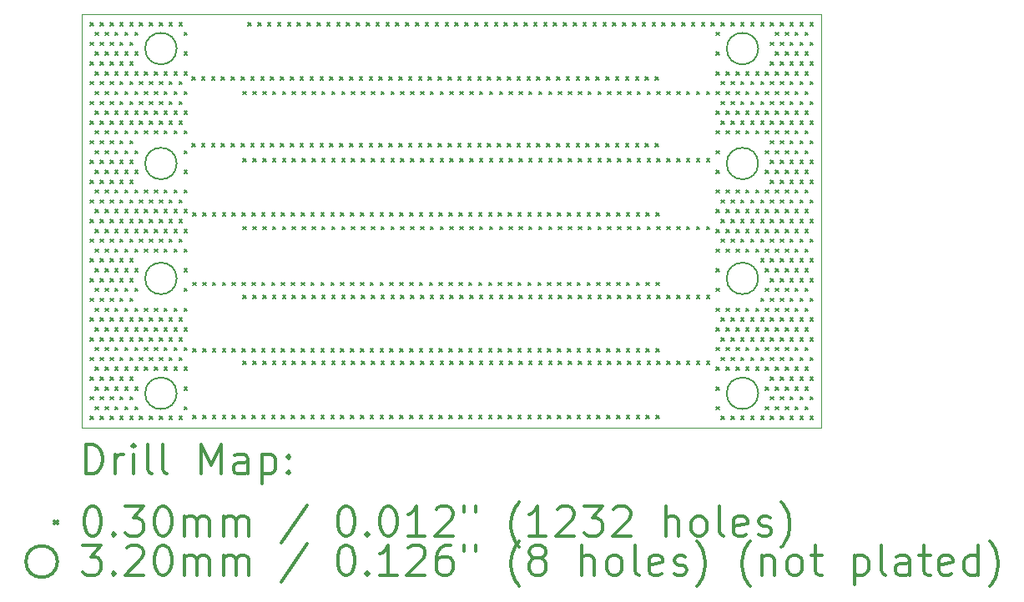
<source format=gbr>
%FSLAX45Y45*%
G04 Gerber Fmt 4.5, Leading zero omitted, Abs format (unit mm)*
G04 Created by KiCad (PCBNEW 5.1.9) date 2021-04-12 08:18:18*
%MOMM*%
%LPD*%
G01*
G04 APERTURE LIST*
%TA.AperFunction,Profile*%
%ADD10C,0.050000*%
%TD*%
%ADD11C,0.200000*%
%ADD12C,0.300000*%
G04 APERTURE END LIST*
D10*
X11050000Y-8050000D02*
X18550000Y-8050000D01*
X11050000Y-12250000D02*
X11050000Y-8050000D01*
X18550000Y-12250000D02*
X11050000Y-12250000D01*
X18550000Y-8050000D02*
X18550000Y-12250000D01*
D11*
X11135000Y-8135000D02*
X11165000Y-8165000D01*
X11165000Y-8135000D02*
X11135000Y-8165000D01*
X11135000Y-8335000D02*
X11165000Y-8365000D01*
X11165000Y-8335000D02*
X11135000Y-8365000D01*
X11135000Y-8535000D02*
X11165000Y-8565000D01*
X11165000Y-8535000D02*
X11135000Y-8565000D01*
X11135000Y-8735000D02*
X11165000Y-8765000D01*
X11165000Y-8735000D02*
X11135000Y-8765000D01*
X11135000Y-8935000D02*
X11165000Y-8965000D01*
X11165000Y-8935000D02*
X11135000Y-8965000D01*
X11135000Y-9135000D02*
X11165000Y-9165000D01*
X11165000Y-9135000D02*
X11135000Y-9165000D01*
X11135000Y-9335000D02*
X11165000Y-9365000D01*
X11165000Y-9335000D02*
X11135000Y-9365000D01*
X11135000Y-9535000D02*
X11165000Y-9565000D01*
X11165000Y-9535000D02*
X11135000Y-9565000D01*
X11135000Y-9735000D02*
X11165000Y-9765000D01*
X11165000Y-9735000D02*
X11135000Y-9765000D01*
X11135000Y-9935000D02*
X11165000Y-9965000D01*
X11165000Y-9935000D02*
X11135000Y-9965000D01*
X11135000Y-10135000D02*
X11165000Y-10165000D01*
X11165000Y-10135000D02*
X11135000Y-10165000D01*
X11135000Y-10335000D02*
X11165000Y-10365000D01*
X11165000Y-10335000D02*
X11135000Y-10365000D01*
X11135000Y-10535000D02*
X11165000Y-10565000D01*
X11165000Y-10535000D02*
X11135000Y-10565000D01*
X11135000Y-10735000D02*
X11165000Y-10765000D01*
X11165000Y-10735000D02*
X11135000Y-10765000D01*
X11135000Y-10935000D02*
X11165000Y-10965000D01*
X11165000Y-10935000D02*
X11135000Y-10965000D01*
X11135000Y-11135000D02*
X11165000Y-11165000D01*
X11165000Y-11135000D02*
X11135000Y-11165000D01*
X11135000Y-11335000D02*
X11165000Y-11365000D01*
X11165000Y-11335000D02*
X11135000Y-11365000D01*
X11135000Y-11535000D02*
X11165000Y-11565000D01*
X11165000Y-11535000D02*
X11135000Y-11565000D01*
X11135000Y-11735000D02*
X11165000Y-11765000D01*
X11165000Y-11735000D02*
X11135000Y-11765000D01*
X11135000Y-11935000D02*
X11165000Y-11965000D01*
X11165000Y-11935000D02*
X11135000Y-11965000D01*
X11135000Y-12135000D02*
X11165000Y-12165000D01*
X11165000Y-12135000D02*
X11135000Y-12165000D01*
X11185000Y-8235000D02*
X11215000Y-8265000D01*
X11215000Y-8235000D02*
X11185000Y-8265000D01*
X11185000Y-8435000D02*
X11215000Y-8465000D01*
X11215000Y-8435000D02*
X11185000Y-8465000D01*
X11185000Y-8635000D02*
X11215000Y-8665000D01*
X11215000Y-8635000D02*
X11185000Y-8665000D01*
X11185000Y-8835000D02*
X11215000Y-8865000D01*
X11215000Y-8835000D02*
X11185000Y-8865000D01*
X11185000Y-9035000D02*
X11215000Y-9065000D01*
X11215000Y-9035000D02*
X11185000Y-9065000D01*
X11185000Y-9235000D02*
X11215000Y-9265000D01*
X11215000Y-9235000D02*
X11185000Y-9265000D01*
X11185000Y-9435000D02*
X11215000Y-9465000D01*
X11215000Y-9435000D02*
X11185000Y-9465000D01*
X11185000Y-9635000D02*
X11215000Y-9665000D01*
X11215000Y-9635000D02*
X11185000Y-9665000D01*
X11185000Y-9835000D02*
X11215000Y-9865000D01*
X11215000Y-9835000D02*
X11185000Y-9865000D01*
X11185000Y-10035000D02*
X11215000Y-10065000D01*
X11215000Y-10035000D02*
X11185000Y-10065000D01*
X11185000Y-10235000D02*
X11215000Y-10265000D01*
X11215000Y-10235000D02*
X11185000Y-10265000D01*
X11185000Y-10435000D02*
X11215000Y-10465000D01*
X11215000Y-10435000D02*
X11185000Y-10465000D01*
X11185000Y-10635000D02*
X11215000Y-10665000D01*
X11215000Y-10635000D02*
X11185000Y-10665000D01*
X11185000Y-10835000D02*
X11215000Y-10865000D01*
X11215000Y-10835000D02*
X11185000Y-10865000D01*
X11185000Y-11035000D02*
X11215000Y-11065000D01*
X11215000Y-11035000D02*
X11185000Y-11065000D01*
X11185000Y-11235000D02*
X11215000Y-11265000D01*
X11215000Y-11235000D02*
X11185000Y-11265000D01*
X11185000Y-11435000D02*
X11215000Y-11465000D01*
X11215000Y-11435000D02*
X11185000Y-11465000D01*
X11185000Y-11635000D02*
X11215000Y-11665000D01*
X11215000Y-11635000D02*
X11185000Y-11665000D01*
X11185000Y-11835000D02*
X11215000Y-11865000D01*
X11215000Y-11835000D02*
X11185000Y-11865000D01*
X11185000Y-12035000D02*
X11215000Y-12065000D01*
X11215000Y-12035000D02*
X11185000Y-12065000D01*
X11235000Y-8135000D02*
X11265000Y-8165000D01*
X11265000Y-8135000D02*
X11235000Y-8165000D01*
X11235000Y-8335000D02*
X11265000Y-8365000D01*
X11265000Y-8335000D02*
X11235000Y-8365000D01*
X11235000Y-8535000D02*
X11265000Y-8565000D01*
X11265000Y-8535000D02*
X11235000Y-8565000D01*
X11235000Y-8735000D02*
X11265000Y-8765000D01*
X11265000Y-8735000D02*
X11235000Y-8765000D01*
X11235000Y-8935000D02*
X11265000Y-8965000D01*
X11265000Y-8935000D02*
X11235000Y-8965000D01*
X11235000Y-9135000D02*
X11265000Y-9165000D01*
X11265000Y-9135000D02*
X11235000Y-9165000D01*
X11235000Y-9335000D02*
X11265000Y-9365000D01*
X11265000Y-9335000D02*
X11235000Y-9365000D01*
X11235000Y-9535000D02*
X11265000Y-9565000D01*
X11265000Y-9535000D02*
X11235000Y-9565000D01*
X11235000Y-9735000D02*
X11265000Y-9765000D01*
X11265000Y-9735000D02*
X11235000Y-9765000D01*
X11235000Y-9935000D02*
X11265000Y-9965000D01*
X11265000Y-9935000D02*
X11235000Y-9965000D01*
X11235000Y-10135000D02*
X11265000Y-10165000D01*
X11265000Y-10135000D02*
X11235000Y-10165000D01*
X11235000Y-10335000D02*
X11265000Y-10365000D01*
X11265000Y-10335000D02*
X11235000Y-10365000D01*
X11235000Y-10535000D02*
X11265000Y-10565000D01*
X11265000Y-10535000D02*
X11235000Y-10565000D01*
X11235000Y-10735000D02*
X11265000Y-10765000D01*
X11265000Y-10735000D02*
X11235000Y-10765000D01*
X11235000Y-10935000D02*
X11265000Y-10965000D01*
X11265000Y-10935000D02*
X11235000Y-10965000D01*
X11235000Y-11135000D02*
X11265000Y-11165000D01*
X11265000Y-11135000D02*
X11235000Y-11165000D01*
X11235000Y-11335000D02*
X11265000Y-11365000D01*
X11265000Y-11335000D02*
X11235000Y-11365000D01*
X11235000Y-11535000D02*
X11265000Y-11565000D01*
X11265000Y-11535000D02*
X11235000Y-11565000D01*
X11235000Y-11735000D02*
X11265000Y-11765000D01*
X11265000Y-11735000D02*
X11235000Y-11765000D01*
X11235000Y-11935000D02*
X11265000Y-11965000D01*
X11265000Y-11935000D02*
X11235000Y-11965000D01*
X11235000Y-12135000D02*
X11265000Y-12165000D01*
X11265000Y-12135000D02*
X11235000Y-12165000D01*
X11285000Y-8235000D02*
X11315000Y-8265000D01*
X11315000Y-8235000D02*
X11285000Y-8265000D01*
X11285000Y-8435000D02*
X11315000Y-8465000D01*
X11315000Y-8435000D02*
X11285000Y-8465000D01*
X11285000Y-8635000D02*
X11315000Y-8665000D01*
X11315000Y-8635000D02*
X11285000Y-8665000D01*
X11285000Y-8835000D02*
X11315000Y-8865000D01*
X11315000Y-8835000D02*
X11285000Y-8865000D01*
X11285000Y-9035000D02*
X11315000Y-9065000D01*
X11315000Y-9035000D02*
X11285000Y-9065000D01*
X11285000Y-9235000D02*
X11315000Y-9265000D01*
X11315000Y-9235000D02*
X11285000Y-9265000D01*
X11285000Y-9435000D02*
X11315000Y-9465000D01*
X11315000Y-9435000D02*
X11285000Y-9465000D01*
X11285000Y-9635000D02*
X11315000Y-9665000D01*
X11315000Y-9635000D02*
X11285000Y-9665000D01*
X11285000Y-9835000D02*
X11315000Y-9865000D01*
X11315000Y-9835000D02*
X11285000Y-9865000D01*
X11285000Y-10035000D02*
X11315000Y-10065000D01*
X11315000Y-10035000D02*
X11285000Y-10065000D01*
X11285000Y-10235000D02*
X11315000Y-10265000D01*
X11315000Y-10235000D02*
X11285000Y-10265000D01*
X11285000Y-10435000D02*
X11315000Y-10465000D01*
X11315000Y-10435000D02*
X11285000Y-10465000D01*
X11285000Y-10635000D02*
X11315000Y-10665000D01*
X11315000Y-10635000D02*
X11285000Y-10665000D01*
X11285000Y-10835000D02*
X11315000Y-10865000D01*
X11315000Y-10835000D02*
X11285000Y-10865000D01*
X11285000Y-11035000D02*
X11315000Y-11065000D01*
X11315000Y-11035000D02*
X11285000Y-11065000D01*
X11285000Y-11235000D02*
X11315000Y-11265000D01*
X11315000Y-11235000D02*
X11285000Y-11265000D01*
X11285000Y-11435000D02*
X11315000Y-11465000D01*
X11315000Y-11435000D02*
X11285000Y-11465000D01*
X11285000Y-11635000D02*
X11315000Y-11665000D01*
X11315000Y-11635000D02*
X11285000Y-11665000D01*
X11285000Y-11835000D02*
X11315000Y-11865000D01*
X11315000Y-11835000D02*
X11285000Y-11865000D01*
X11285000Y-12035000D02*
X11315000Y-12065000D01*
X11315000Y-12035000D02*
X11285000Y-12065000D01*
X11335000Y-8135000D02*
X11365000Y-8165000D01*
X11365000Y-8135000D02*
X11335000Y-8165000D01*
X11335000Y-8335000D02*
X11365000Y-8365000D01*
X11365000Y-8335000D02*
X11335000Y-8365000D01*
X11335000Y-8535000D02*
X11365000Y-8565000D01*
X11365000Y-8535000D02*
X11335000Y-8565000D01*
X11335000Y-8735000D02*
X11365000Y-8765000D01*
X11365000Y-8735000D02*
X11335000Y-8765000D01*
X11335000Y-8935000D02*
X11365000Y-8965000D01*
X11365000Y-8935000D02*
X11335000Y-8965000D01*
X11335000Y-9135000D02*
X11365000Y-9165000D01*
X11365000Y-9135000D02*
X11335000Y-9165000D01*
X11335000Y-9335000D02*
X11365000Y-9365000D01*
X11365000Y-9335000D02*
X11335000Y-9365000D01*
X11335000Y-9535000D02*
X11365000Y-9565000D01*
X11365000Y-9535000D02*
X11335000Y-9565000D01*
X11335000Y-9735000D02*
X11365000Y-9765000D01*
X11365000Y-9735000D02*
X11335000Y-9765000D01*
X11335000Y-9935000D02*
X11365000Y-9965000D01*
X11365000Y-9935000D02*
X11335000Y-9965000D01*
X11335000Y-10135000D02*
X11365000Y-10165000D01*
X11365000Y-10135000D02*
X11335000Y-10165000D01*
X11335000Y-10335000D02*
X11365000Y-10365000D01*
X11365000Y-10335000D02*
X11335000Y-10365000D01*
X11335000Y-10535000D02*
X11365000Y-10565000D01*
X11365000Y-10535000D02*
X11335000Y-10565000D01*
X11335000Y-10735000D02*
X11365000Y-10765000D01*
X11365000Y-10735000D02*
X11335000Y-10765000D01*
X11335000Y-10935000D02*
X11365000Y-10965000D01*
X11365000Y-10935000D02*
X11335000Y-10965000D01*
X11335000Y-11135000D02*
X11365000Y-11165000D01*
X11365000Y-11135000D02*
X11335000Y-11165000D01*
X11335000Y-11335000D02*
X11365000Y-11365000D01*
X11365000Y-11335000D02*
X11335000Y-11365000D01*
X11335000Y-11535000D02*
X11365000Y-11565000D01*
X11365000Y-11535000D02*
X11335000Y-11565000D01*
X11335000Y-11735000D02*
X11365000Y-11765000D01*
X11365000Y-11735000D02*
X11335000Y-11765000D01*
X11335000Y-11935000D02*
X11365000Y-11965000D01*
X11365000Y-11935000D02*
X11335000Y-11965000D01*
X11335000Y-12135000D02*
X11365000Y-12165000D01*
X11365000Y-12135000D02*
X11335000Y-12165000D01*
X11385000Y-8235000D02*
X11415000Y-8265000D01*
X11415000Y-8235000D02*
X11385000Y-8265000D01*
X11385000Y-8435000D02*
X11415000Y-8465000D01*
X11415000Y-8435000D02*
X11385000Y-8465000D01*
X11385000Y-8635000D02*
X11415000Y-8665000D01*
X11415000Y-8635000D02*
X11385000Y-8665000D01*
X11385000Y-8835000D02*
X11415000Y-8865000D01*
X11415000Y-8835000D02*
X11385000Y-8865000D01*
X11385000Y-9035000D02*
X11415000Y-9065000D01*
X11415000Y-9035000D02*
X11385000Y-9065000D01*
X11385000Y-9235000D02*
X11415000Y-9265000D01*
X11415000Y-9235000D02*
X11385000Y-9265000D01*
X11385000Y-9435000D02*
X11415000Y-9465000D01*
X11415000Y-9435000D02*
X11385000Y-9465000D01*
X11385000Y-9635000D02*
X11415000Y-9665000D01*
X11415000Y-9635000D02*
X11385000Y-9665000D01*
X11385000Y-9835000D02*
X11415000Y-9865000D01*
X11415000Y-9835000D02*
X11385000Y-9865000D01*
X11385000Y-10035000D02*
X11415000Y-10065000D01*
X11415000Y-10035000D02*
X11385000Y-10065000D01*
X11385000Y-10235000D02*
X11415000Y-10265000D01*
X11415000Y-10235000D02*
X11385000Y-10265000D01*
X11385000Y-10435000D02*
X11415000Y-10465000D01*
X11415000Y-10435000D02*
X11385000Y-10465000D01*
X11385000Y-10635000D02*
X11415000Y-10665000D01*
X11415000Y-10635000D02*
X11385000Y-10665000D01*
X11385000Y-10835000D02*
X11415000Y-10865000D01*
X11415000Y-10835000D02*
X11385000Y-10865000D01*
X11385000Y-11035000D02*
X11415000Y-11065000D01*
X11415000Y-11035000D02*
X11385000Y-11065000D01*
X11385000Y-11235000D02*
X11415000Y-11265000D01*
X11415000Y-11235000D02*
X11385000Y-11265000D01*
X11385000Y-11435000D02*
X11415000Y-11465000D01*
X11415000Y-11435000D02*
X11385000Y-11465000D01*
X11385000Y-11635000D02*
X11415000Y-11665000D01*
X11415000Y-11635000D02*
X11385000Y-11665000D01*
X11385000Y-11835000D02*
X11415000Y-11865000D01*
X11415000Y-11835000D02*
X11385000Y-11865000D01*
X11385000Y-12035000D02*
X11415000Y-12065000D01*
X11415000Y-12035000D02*
X11385000Y-12065000D01*
X11435000Y-8135000D02*
X11465000Y-8165000D01*
X11465000Y-8135000D02*
X11435000Y-8165000D01*
X11435000Y-8335000D02*
X11465000Y-8365000D01*
X11465000Y-8335000D02*
X11435000Y-8365000D01*
X11435000Y-8535000D02*
X11465000Y-8565000D01*
X11465000Y-8535000D02*
X11435000Y-8565000D01*
X11435000Y-8735000D02*
X11465000Y-8765000D01*
X11465000Y-8735000D02*
X11435000Y-8765000D01*
X11435000Y-8935000D02*
X11465000Y-8965000D01*
X11465000Y-8935000D02*
X11435000Y-8965000D01*
X11435000Y-9135000D02*
X11465000Y-9165000D01*
X11465000Y-9135000D02*
X11435000Y-9165000D01*
X11435000Y-9335000D02*
X11465000Y-9365000D01*
X11465000Y-9335000D02*
X11435000Y-9365000D01*
X11435000Y-9535000D02*
X11465000Y-9565000D01*
X11465000Y-9535000D02*
X11435000Y-9565000D01*
X11435000Y-9735000D02*
X11465000Y-9765000D01*
X11465000Y-9735000D02*
X11435000Y-9765000D01*
X11435000Y-9935000D02*
X11465000Y-9965000D01*
X11465000Y-9935000D02*
X11435000Y-9965000D01*
X11435000Y-10135000D02*
X11465000Y-10165000D01*
X11465000Y-10135000D02*
X11435000Y-10165000D01*
X11435000Y-10335000D02*
X11465000Y-10365000D01*
X11465000Y-10335000D02*
X11435000Y-10365000D01*
X11435000Y-10535000D02*
X11465000Y-10565000D01*
X11465000Y-10535000D02*
X11435000Y-10565000D01*
X11435000Y-10735000D02*
X11465000Y-10765000D01*
X11465000Y-10735000D02*
X11435000Y-10765000D01*
X11435000Y-10935000D02*
X11465000Y-10965000D01*
X11465000Y-10935000D02*
X11435000Y-10965000D01*
X11435000Y-11135000D02*
X11465000Y-11165000D01*
X11465000Y-11135000D02*
X11435000Y-11165000D01*
X11435000Y-11335000D02*
X11465000Y-11365000D01*
X11465000Y-11335000D02*
X11435000Y-11365000D01*
X11435000Y-11535000D02*
X11465000Y-11565000D01*
X11465000Y-11535000D02*
X11435000Y-11565000D01*
X11435000Y-11735000D02*
X11465000Y-11765000D01*
X11465000Y-11735000D02*
X11435000Y-11765000D01*
X11435000Y-11935000D02*
X11465000Y-11965000D01*
X11465000Y-11935000D02*
X11435000Y-11965000D01*
X11435000Y-12135000D02*
X11465000Y-12165000D01*
X11465000Y-12135000D02*
X11435000Y-12165000D01*
X11485000Y-8235000D02*
X11515000Y-8265000D01*
X11515000Y-8235000D02*
X11485000Y-8265000D01*
X11485000Y-8435000D02*
X11515000Y-8465000D01*
X11515000Y-8435000D02*
X11485000Y-8465000D01*
X11485000Y-8635000D02*
X11515000Y-8665000D01*
X11515000Y-8635000D02*
X11485000Y-8665000D01*
X11485000Y-8835000D02*
X11515000Y-8865000D01*
X11515000Y-8835000D02*
X11485000Y-8865000D01*
X11485000Y-9035000D02*
X11515000Y-9065000D01*
X11515000Y-9035000D02*
X11485000Y-9065000D01*
X11485000Y-9235000D02*
X11515000Y-9265000D01*
X11515000Y-9235000D02*
X11485000Y-9265000D01*
X11485000Y-9435000D02*
X11515000Y-9465000D01*
X11515000Y-9435000D02*
X11485000Y-9465000D01*
X11485000Y-9635000D02*
X11515000Y-9665000D01*
X11515000Y-9635000D02*
X11485000Y-9665000D01*
X11485000Y-9835000D02*
X11515000Y-9865000D01*
X11515000Y-9835000D02*
X11485000Y-9865000D01*
X11485000Y-10035000D02*
X11515000Y-10065000D01*
X11515000Y-10035000D02*
X11485000Y-10065000D01*
X11485000Y-10235000D02*
X11515000Y-10265000D01*
X11515000Y-10235000D02*
X11485000Y-10265000D01*
X11485000Y-10435000D02*
X11515000Y-10465000D01*
X11515000Y-10435000D02*
X11485000Y-10465000D01*
X11485000Y-10635000D02*
X11515000Y-10665000D01*
X11515000Y-10635000D02*
X11485000Y-10665000D01*
X11485000Y-10835000D02*
X11515000Y-10865000D01*
X11515000Y-10835000D02*
X11485000Y-10865000D01*
X11485000Y-11035000D02*
X11515000Y-11065000D01*
X11515000Y-11035000D02*
X11485000Y-11065000D01*
X11485000Y-11235000D02*
X11515000Y-11265000D01*
X11515000Y-11235000D02*
X11485000Y-11265000D01*
X11485000Y-11435000D02*
X11515000Y-11465000D01*
X11515000Y-11435000D02*
X11485000Y-11465000D01*
X11485000Y-11635000D02*
X11515000Y-11665000D01*
X11515000Y-11635000D02*
X11485000Y-11665000D01*
X11485000Y-11835000D02*
X11515000Y-11865000D01*
X11515000Y-11835000D02*
X11485000Y-11865000D01*
X11485000Y-12035000D02*
X11515000Y-12065000D01*
X11515000Y-12035000D02*
X11485000Y-12065000D01*
X11535000Y-8135000D02*
X11565000Y-8165000D01*
X11565000Y-8135000D02*
X11535000Y-8165000D01*
X11535000Y-8335000D02*
X11565000Y-8365000D01*
X11565000Y-8335000D02*
X11535000Y-8365000D01*
X11535000Y-8535000D02*
X11565000Y-8565000D01*
X11565000Y-8535000D02*
X11535000Y-8565000D01*
X11535000Y-8735000D02*
X11565000Y-8765000D01*
X11565000Y-8735000D02*
X11535000Y-8765000D01*
X11535000Y-8935000D02*
X11565000Y-8965000D01*
X11565000Y-8935000D02*
X11535000Y-8965000D01*
X11535000Y-9135000D02*
X11565000Y-9165000D01*
X11565000Y-9135000D02*
X11535000Y-9165000D01*
X11535000Y-9335000D02*
X11565000Y-9365000D01*
X11565000Y-9335000D02*
X11535000Y-9365000D01*
X11535000Y-9535000D02*
X11565000Y-9565000D01*
X11565000Y-9535000D02*
X11535000Y-9565000D01*
X11535000Y-9735000D02*
X11565000Y-9765000D01*
X11565000Y-9735000D02*
X11535000Y-9765000D01*
X11535000Y-9935000D02*
X11565000Y-9965000D01*
X11565000Y-9935000D02*
X11535000Y-9965000D01*
X11535000Y-10135000D02*
X11565000Y-10165000D01*
X11565000Y-10135000D02*
X11535000Y-10165000D01*
X11535000Y-10335000D02*
X11565000Y-10365000D01*
X11565000Y-10335000D02*
X11535000Y-10365000D01*
X11535000Y-10535000D02*
X11565000Y-10565000D01*
X11565000Y-10535000D02*
X11535000Y-10565000D01*
X11535000Y-10735000D02*
X11565000Y-10765000D01*
X11565000Y-10735000D02*
X11535000Y-10765000D01*
X11535000Y-10935000D02*
X11565000Y-10965000D01*
X11565000Y-10935000D02*
X11535000Y-10965000D01*
X11535000Y-11135000D02*
X11565000Y-11165000D01*
X11565000Y-11135000D02*
X11535000Y-11165000D01*
X11535000Y-11335000D02*
X11565000Y-11365000D01*
X11565000Y-11335000D02*
X11535000Y-11365000D01*
X11535000Y-11535000D02*
X11565000Y-11565000D01*
X11565000Y-11535000D02*
X11535000Y-11565000D01*
X11535000Y-11735000D02*
X11565000Y-11765000D01*
X11565000Y-11735000D02*
X11535000Y-11765000D01*
X11535000Y-11935000D02*
X11565000Y-11965000D01*
X11565000Y-11935000D02*
X11535000Y-11965000D01*
X11535000Y-12135000D02*
X11565000Y-12165000D01*
X11565000Y-12135000D02*
X11535000Y-12165000D01*
X11585000Y-8235000D02*
X11615000Y-8265000D01*
X11615000Y-8235000D02*
X11585000Y-8265000D01*
X11585000Y-8435000D02*
X11615000Y-8465000D01*
X11615000Y-8435000D02*
X11585000Y-8465000D01*
X11585000Y-8635000D02*
X11615000Y-8665000D01*
X11615000Y-8635000D02*
X11585000Y-8665000D01*
X11585000Y-8835000D02*
X11615000Y-8865000D01*
X11615000Y-8835000D02*
X11585000Y-8865000D01*
X11585000Y-9035000D02*
X11615000Y-9065000D01*
X11615000Y-9035000D02*
X11585000Y-9065000D01*
X11585000Y-9235000D02*
X11615000Y-9265000D01*
X11615000Y-9235000D02*
X11585000Y-9265000D01*
X11585000Y-9435000D02*
X11615000Y-9465000D01*
X11615000Y-9435000D02*
X11585000Y-9465000D01*
X11585000Y-9635000D02*
X11615000Y-9665000D01*
X11615000Y-9635000D02*
X11585000Y-9665000D01*
X11585000Y-9835000D02*
X11615000Y-9865000D01*
X11615000Y-9835000D02*
X11585000Y-9865000D01*
X11585000Y-10035000D02*
X11615000Y-10065000D01*
X11615000Y-10035000D02*
X11585000Y-10065000D01*
X11585000Y-10235000D02*
X11615000Y-10265000D01*
X11615000Y-10235000D02*
X11585000Y-10265000D01*
X11585000Y-10435000D02*
X11615000Y-10465000D01*
X11615000Y-10435000D02*
X11585000Y-10465000D01*
X11585000Y-10635000D02*
X11615000Y-10665000D01*
X11615000Y-10635000D02*
X11585000Y-10665000D01*
X11585000Y-10835000D02*
X11615000Y-10865000D01*
X11615000Y-10835000D02*
X11585000Y-10865000D01*
X11585000Y-11035000D02*
X11615000Y-11065000D01*
X11615000Y-11035000D02*
X11585000Y-11065000D01*
X11585000Y-11235000D02*
X11615000Y-11265000D01*
X11615000Y-11235000D02*
X11585000Y-11265000D01*
X11585000Y-11435000D02*
X11615000Y-11465000D01*
X11615000Y-11435000D02*
X11585000Y-11465000D01*
X11585000Y-11635000D02*
X11615000Y-11665000D01*
X11615000Y-11635000D02*
X11585000Y-11665000D01*
X11585000Y-11835000D02*
X11615000Y-11865000D01*
X11615000Y-11835000D02*
X11585000Y-11865000D01*
X11585000Y-12035000D02*
X11615000Y-12065000D01*
X11615000Y-12035000D02*
X11585000Y-12065000D01*
X11635000Y-8135000D02*
X11665000Y-8165000D01*
X11665000Y-8135000D02*
X11635000Y-8165000D01*
X11635000Y-8735000D02*
X11665000Y-8765000D01*
X11665000Y-8735000D02*
X11635000Y-8765000D01*
X11635000Y-8935000D02*
X11665000Y-8965000D01*
X11665000Y-8935000D02*
X11635000Y-8965000D01*
X11635000Y-9135000D02*
X11665000Y-9165000D01*
X11665000Y-9135000D02*
X11635000Y-9165000D01*
X11635000Y-9935000D02*
X11665000Y-9965000D01*
X11665000Y-9935000D02*
X11635000Y-9965000D01*
X11635000Y-10135000D02*
X11665000Y-10165000D01*
X11665000Y-10135000D02*
X11635000Y-10165000D01*
X11635000Y-10335000D02*
X11665000Y-10365000D01*
X11665000Y-10335000D02*
X11635000Y-10365000D01*
X11635000Y-11135000D02*
X11665000Y-11165000D01*
X11665000Y-11135000D02*
X11635000Y-11165000D01*
X11635000Y-11335000D02*
X11665000Y-11365000D01*
X11665000Y-11335000D02*
X11635000Y-11365000D01*
X11635000Y-11535000D02*
X11665000Y-11565000D01*
X11665000Y-11535000D02*
X11635000Y-11565000D01*
X11635000Y-12135000D02*
X11665000Y-12165000D01*
X11665000Y-12135000D02*
X11635000Y-12165000D01*
X11685000Y-8635000D02*
X11715000Y-8665000D01*
X11715000Y-8635000D02*
X11685000Y-8665000D01*
X11685000Y-8835000D02*
X11715000Y-8865000D01*
X11715000Y-8835000D02*
X11685000Y-8865000D01*
X11685000Y-9035000D02*
X11715000Y-9065000D01*
X11715000Y-9035000D02*
X11685000Y-9065000D01*
X11685000Y-9235000D02*
X11715000Y-9265000D01*
X11715000Y-9235000D02*
X11685000Y-9265000D01*
X11685000Y-9835000D02*
X11715000Y-9865000D01*
X11715000Y-9835000D02*
X11685000Y-9865000D01*
X11685000Y-10035000D02*
X11715000Y-10065000D01*
X11715000Y-10035000D02*
X11685000Y-10065000D01*
X11685000Y-10235000D02*
X11715000Y-10265000D01*
X11715000Y-10235000D02*
X11685000Y-10265000D01*
X11685000Y-10435000D02*
X11715000Y-10465000D01*
X11715000Y-10435000D02*
X11685000Y-10465000D01*
X11685000Y-11035000D02*
X11715000Y-11065000D01*
X11715000Y-11035000D02*
X11685000Y-11065000D01*
X11685000Y-11235000D02*
X11715000Y-11265000D01*
X11715000Y-11235000D02*
X11685000Y-11265000D01*
X11685000Y-11435000D02*
X11715000Y-11465000D01*
X11715000Y-11435000D02*
X11685000Y-11465000D01*
X11685000Y-11635000D02*
X11715000Y-11665000D01*
X11715000Y-11635000D02*
X11685000Y-11665000D01*
X11735000Y-8135000D02*
X11765000Y-8165000D01*
X11765000Y-8135000D02*
X11735000Y-8165000D01*
X11735000Y-8735000D02*
X11765000Y-8765000D01*
X11765000Y-8735000D02*
X11735000Y-8765000D01*
X11735000Y-8935000D02*
X11765000Y-8965000D01*
X11765000Y-8935000D02*
X11735000Y-8965000D01*
X11735000Y-9135000D02*
X11765000Y-9165000D01*
X11765000Y-9135000D02*
X11735000Y-9165000D01*
X11735000Y-9935000D02*
X11765000Y-9965000D01*
X11765000Y-9935000D02*
X11735000Y-9965000D01*
X11735000Y-10135000D02*
X11765000Y-10165000D01*
X11765000Y-10135000D02*
X11735000Y-10165000D01*
X11735000Y-10335000D02*
X11765000Y-10365000D01*
X11765000Y-10335000D02*
X11735000Y-10365000D01*
X11735000Y-11135000D02*
X11765000Y-11165000D01*
X11765000Y-11135000D02*
X11735000Y-11165000D01*
X11735000Y-11335000D02*
X11765000Y-11365000D01*
X11765000Y-11335000D02*
X11735000Y-11365000D01*
X11735000Y-11535000D02*
X11765000Y-11565000D01*
X11765000Y-11535000D02*
X11735000Y-11565000D01*
X11735000Y-12135000D02*
X11765000Y-12165000D01*
X11765000Y-12135000D02*
X11735000Y-12165000D01*
X11785000Y-8635000D02*
X11815000Y-8665000D01*
X11815000Y-8635000D02*
X11785000Y-8665000D01*
X11785000Y-8835000D02*
X11815000Y-8865000D01*
X11815000Y-8835000D02*
X11785000Y-8865000D01*
X11785000Y-9035000D02*
X11815000Y-9065000D01*
X11815000Y-9035000D02*
X11785000Y-9065000D01*
X11785000Y-9235000D02*
X11815000Y-9265000D01*
X11815000Y-9235000D02*
X11785000Y-9265000D01*
X11785000Y-9835000D02*
X11815000Y-9865000D01*
X11815000Y-9835000D02*
X11785000Y-9865000D01*
X11785000Y-10035000D02*
X11815000Y-10065000D01*
X11815000Y-10035000D02*
X11785000Y-10065000D01*
X11785000Y-10235000D02*
X11815000Y-10265000D01*
X11815000Y-10235000D02*
X11785000Y-10265000D01*
X11785000Y-10435000D02*
X11815000Y-10465000D01*
X11815000Y-10435000D02*
X11785000Y-10465000D01*
X11785000Y-11035000D02*
X11815000Y-11065000D01*
X11815000Y-11035000D02*
X11785000Y-11065000D01*
X11785000Y-11235000D02*
X11815000Y-11265000D01*
X11815000Y-11235000D02*
X11785000Y-11265000D01*
X11785000Y-11435000D02*
X11815000Y-11465000D01*
X11815000Y-11435000D02*
X11785000Y-11465000D01*
X11785000Y-11635000D02*
X11815000Y-11665000D01*
X11815000Y-11635000D02*
X11785000Y-11665000D01*
X11835000Y-8135000D02*
X11865000Y-8165000D01*
X11865000Y-8135000D02*
X11835000Y-8165000D01*
X11835000Y-8735000D02*
X11865000Y-8765000D01*
X11865000Y-8735000D02*
X11835000Y-8765000D01*
X11835000Y-8935000D02*
X11865000Y-8965000D01*
X11865000Y-8935000D02*
X11835000Y-8965000D01*
X11835000Y-9135000D02*
X11865000Y-9165000D01*
X11865000Y-9135000D02*
X11835000Y-9165000D01*
X11835000Y-9935000D02*
X11865000Y-9965000D01*
X11865000Y-9935000D02*
X11835000Y-9965000D01*
X11835000Y-10135000D02*
X11865000Y-10165000D01*
X11865000Y-10135000D02*
X11835000Y-10165000D01*
X11835000Y-10335000D02*
X11865000Y-10365000D01*
X11865000Y-10335000D02*
X11835000Y-10365000D01*
X11835000Y-11135000D02*
X11865000Y-11165000D01*
X11865000Y-11135000D02*
X11835000Y-11165000D01*
X11835000Y-11335000D02*
X11865000Y-11365000D01*
X11865000Y-11335000D02*
X11835000Y-11365000D01*
X11835000Y-11535000D02*
X11865000Y-11565000D01*
X11865000Y-11535000D02*
X11835000Y-11565000D01*
X11835000Y-12135000D02*
X11865000Y-12165000D01*
X11865000Y-12135000D02*
X11835000Y-12165000D01*
X11885000Y-8635000D02*
X11915000Y-8665000D01*
X11915000Y-8635000D02*
X11885000Y-8665000D01*
X11885000Y-8835000D02*
X11915000Y-8865000D01*
X11915000Y-8835000D02*
X11885000Y-8865000D01*
X11885000Y-9035000D02*
X11915000Y-9065000D01*
X11915000Y-9035000D02*
X11885000Y-9065000D01*
X11885000Y-9235000D02*
X11915000Y-9265000D01*
X11915000Y-9235000D02*
X11885000Y-9265000D01*
X11885000Y-9835000D02*
X11915000Y-9865000D01*
X11915000Y-9835000D02*
X11885000Y-9865000D01*
X11885000Y-10035000D02*
X11915000Y-10065000D01*
X11915000Y-10035000D02*
X11885000Y-10065000D01*
X11885000Y-10235000D02*
X11915000Y-10265000D01*
X11915000Y-10235000D02*
X11885000Y-10265000D01*
X11885000Y-10435000D02*
X11915000Y-10465000D01*
X11915000Y-10435000D02*
X11885000Y-10465000D01*
X11885000Y-11035000D02*
X11915000Y-11065000D01*
X11915000Y-11035000D02*
X11885000Y-11065000D01*
X11885000Y-11235000D02*
X11915000Y-11265000D01*
X11915000Y-11235000D02*
X11885000Y-11265000D01*
X11885000Y-11435000D02*
X11915000Y-11465000D01*
X11915000Y-11435000D02*
X11885000Y-11465000D01*
X11885000Y-11635000D02*
X11915000Y-11665000D01*
X11915000Y-11635000D02*
X11885000Y-11665000D01*
X11935000Y-8135000D02*
X11965000Y-8165000D01*
X11965000Y-8135000D02*
X11935000Y-8165000D01*
X11935000Y-8735000D02*
X11965000Y-8765000D01*
X11965000Y-8735000D02*
X11935000Y-8765000D01*
X11935000Y-8935000D02*
X11965000Y-8965000D01*
X11965000Y-8935000D02*
X11935000Y-8965000D01*
X11935000Y-9135000D02*
X11965000Y-9165000D01*
X11965000Y-9135000D02*
X11935000Y-9165000D01*
X11935000Y-9935000D02*
X11965000Y-9965000D01*
X11965000Y-9935000D02*
X11935000Y-9965000D01*
X11935000Y-10135000D02*
X11965000Y-10165000D01*
X11965000Y-10135000D02*
X11935000Y-10165000D01*
X11935000Y-10335000D02*
X11965000Y-10365000D01*
X11965000Y-10335000D02*
X11935000Y-10365000D01*
X11935000Y-11135000D02*
X11965000Y-11165000D01*
X11965000Y-11135000D02*
X11935000Y-11165000D01*
X11935000Y-11335000D02*
X11965000Y-11365000D01*
X11965000Y-11335000D02*
X11935000Y-11365000D01*
X11935000Y-11535000D02*
X11965000Y-11565000D01*
X11965000Y-11535000D02*
X11935000Y-11565000D01*
X11935000Y-12135000D02*
X11965000Y-12165000D01*
X11965000Y-12135000D02*
X11935000Y-12165000D01*
X11985000Y-8635000D02*
X12015000Y-8665000D01*
X12015000Y-8635000D02*
X11985000Y-8665000D01*
X11985000Y-8835000D02*
X12015000Y-8865000D01*
X12015000Y-8835000D02*
X11985000Y-8865000D01*
X11985000Y-9035000D02*
X12015000Y-9065000D01*
X12015000Y-9035000D02*
X11985000Y-9065000D01*
X11985000Y-9235000D02*
X12015000Y-9265000D01*
X12015000Y-9235000D02*
X11985000Y-9265000D01*
X11985000Y-9835000D02*
X12015000Y-9865000D01*
X12015000Y-9835000D02*
X11985000Y-9865000D01*
X11985000Y-10035000D02*
X12015000Y-10065000D01*
X12015000Y-10035000D02*
X11985000Y-10065000D01*
X11985000Y-10235000D02*
X12015000Y-10265000D01*
X12015000Y-10235000D02*
X11985000Y-10265000D01*
X11985000Y-10435000D02*
X12015000Y-10465000D01*
X12015000Y-10435000D02*
X11985000Y-10465000D01*
X11985000Y-11035000D02*
X12015000Y-11065000D01*
X12015000Y-11035000D02*
X11985000Y-11065000D01*
X11985000Y-11235000D02*
X12015000Y-11265000D01*
X12015000Y-11235000D02*
X11985000Y-11265000D01*
X11985000Y-11435000D02*
X12015000Y-11465000D01*
X12015000Y-11435000D02*
X11985000Y-11465000D01*
X11985000Y-11635000D02*
X12015000Y-11665000D01*
X12015000Y-11635000D02*
X11985000Y-11665000D01*
X12035000Y-8135000D02*
X12065000Y-8165000D01*
X12065000Y-8135000D02*
X12035000Y-8165000D01*
X12035000Y-8735000D02*
X12065000Y-8765000D01*
X12065000Y-8735000D02*
X12035000Y-8765000D01*
X12035000Y-8935000D02*
X12065000Y-8965000D01*
X12065000Y-8935000D02*
X12035000Y-8965000D01*
X12035000Y-9135000D02*
X12065000Y-9165000D01*
X12065000Y-9135000D02*
X12035000Y-9165000D01*
X12035000Y-9935000D02*
X12065000Y-9965000D01*
X12065000Y-9935000D02*
X12035000Y-9965000D01*
X12035000Y-10135000D02*
X12065000Y-10165000D01*
X12065000Y-10135000D02*
X12035000Y-10165000D01*
X12035000Y-10335000D02*
X12065000Y-10365000D01*
X12065000Y-10335000D02*
X12035000Y-10365000D01*
X12035000Y-11135000D02*
X12065000Y-11165000D01*
X12065000Y-11135000D02*
X12035000Y-11165000D01*
X12035000Y-11335000D02*
X12065000Y-11365000D01*
X12065000Y-11335000D02*
X12035000Y-11365000D01*
X12035000Y-11535000D02*
X12065000Y-11565000D01*
X12065000Y-11535000D02*
X12035000Y-11565000D01*
X12035000Y-12135000D02*
X12065000Y-12165000D01*
X12065000Y-12135000D02*
X12035000Y-12165000D01*
X12085000Y-8235000D02*
X12115000Y-8265000D01*
X12115000Y-8235000D02*
X12085000Y-8265000D01*
X12085000Y-8435000D02*
X12115000Y-8465000D01*
X12115000Y-8435000D02*
X12085000Y-8465000D01*
X12085000Y-8635000D02*
X12115000Y-8665000D01*
X12115000Y-8635000D02*
X12085000Y-8665000D01*
X12085000Y-8835000D02*
X12115000Y-8865000D01*
X12115000Y-8835000D02*
X12085000Y-8865000D01*
X12085000Y-9035000D02*
X12115000Y-9065000D01*
X12115000Y-9035000D02*
X12085000Y-9065000D01*
X12085000Y-9235000D02*
X12115000Y-9265000D01*
X12115000Y-9235000D02*
X12085000Y-9265000D01*
X12085000Y-9435000D02*
X12115000Y-9465000D01*
X12115000Y-9435000D02*
X12085000Y-9465000D01*
X12085000Y-9635000D02*
X12115000Y-9665000D01*
X12115000Y-9635000D02*
X12085000Y-9665000D01*
X12085000Y-9835000D02*
X12115000Y-9865000D01*
X12115000Y-9835000D02*
X12085000Y-9865000D01*
X12085000Y-10035000D02*
X12115000Y-10065000D01*
X12115000Y-10035000D02*
X12085000Y-10065000D01*
X12085000Y-10235000D02*
X12115000Y-10265000D01*
X12115000Y-10235000D02*
X12085000Y-10265000D01*
X12085000Y-10435000D02*
X12115000Y-10465000D01*
X12115000Y-10435000D02*
X12085000Y-10465000D01*
X12085000Y-10635000D02*
X12115000Y-10665000D01*
X12115000Y-10635000D02*
X12085000Y-10665000D01*
X12085000Y-10835000D02*
X12115000Y-10865000D01*
X12115000Y-10835000D02*
X12085000Y-10865000D01*
X12085000Y-11035000D02*
X12115000Y-11065000D01*
X12115000Y-11035000D02*
X12085000Y-11065000D01*
X12085000Y-11235000D02*
X12115000Y-11265000D01*
X12115000Y-11235000D02*
X12085000Y-11265000D01*
X12085000Y-11435000D02*
X12115000Y-11465000D01*
X12115000Y-11435000D02*
X12085000Y-11465000D01*
X12085000Y-11635000D02*
X12115000Y-11665000D01*
X12115000Y-11635000D02*
X12085000Y-11665000D01*
X12085000Y-11835000D02*
X12115000Y-11865000D01*
X12115000Y-11835000D02*
X12085000Y-11865000D01*
X12085000Y-12035000D02*
X12115000Y-12065000D01*
X12115000Y-12035000D02*
X12085000Y-12065000D01*
X12165000Y-8685000D02*
X12195000Y-8715000D01*
X12195000Y-8685000D02*
X12165000Y-8715000D01*
X12165000Y-9365000D02*
X12195000Y-9395000D01*
X12195000Y-9365000D02*
X12165000Y-9395000D01*
X12175000Y-10065000D02*
X12205000Y-10095000D01*
X12205000Y-10065000D02*
X12175000Y-10095000D01*
X12175000Y-10775000D02*
X12205000Y-10805000D01*
X12205000Y-10775000D02*
X12175000Y-10805000D01*
X12175000Y-11445000D02*
X12205000Y-11475000D01*
X12205000Y-11445000D02*
X12175000Y-11475000D01*
X12175000Y-12125000D02*
X12205000Y-12155000D01*
X12205000Y-12125000D02*
X12175000Y-12155000D01*
X12265000Y-8685000D02*
X12295000Y-8715000D01*
X12295000Y-8685000D02*
X12265000Y-8715000D01*
X12265000Y-9365000D02*
X12295000Y-9395000D01*
X12295000Y-9365000D02*
X12265000Y-9395000D01*
X12275000Y-10065000D02*
X12305000Y-10095000D01*
X12305000Y-10065000D02*
X12275000Y-10095000D01*
X12275000Y-10775000D02*
X12305000Y-10805000D01*
X12305000Y-10775000D02*
X12275000Y-10805000D01*
X12275000Y-11445000D02*
X12305000Y-11475000D01*
X12305000Y-11445000D02*
X12275000Y-11475000D01*
X12275000Y-12125000D02*
X12305000Y-12155000D01*
X12305000Y-12125000D02*
X12275000Y-12155000D01*
X12365000Y-8685000D02*
X12395000Y-8715000D01*
X12395000Y-8685000D02*
X12365000Y-8715000D01*
X12365000Y-9365000D02*
X12395000Y-9395000D01*
X12395000Y-9365000D02*
X12365000Y-9395000D01*
X12375000Y-10065000D02*
X12405000Y-10095000D01*
X12405000Y-10065000D02*
X12375000Y-10095000D01*
X12375000Y-10775000D02*
X12405000Y-10805000D01*
X12405000Y-10775000D02*
X12375000Y-10805000D01*
X12375000Y-11445000D02*
X12405000Y-11475000D01*
X12405000Y-11445000D02*
X12375000Y-11475000D01*
X12375000Y-12125000D02*
X12405000Y-12155000D01*
X12405000Y-12125000D02*
X12375000Y-12155000D01*
X12465000Y-8685000D02*
X12495000Y-8715000D01*
X12495000Y-8685000D02*
X12465000Y-8715000D01*
X12465000Y-9365000D02*
X12495000Y-9395000D01*
X12495000Y-9365000D02*
X12465000Y-9395000D01*
X12475000Y-10065000D02*
X12505000Y-10095000D01*
X12505000Y-10065000D02*
X12475000Y-10095000D01*
X12475000Y-10775000D02*
X12505000Y-10805000D01*
X12505000Y-10775000D02*
X12475000Y-10805000D01*
X12475000Y-11445000D02*
X12505000Y-11475000D01*
X12505000Y-11445000D02*
X12475000Y-11475000D01*
X12475000Y-12125000D02*
X12505000Y-12155000D01*
X12505000Y-12125000D02*
X12475000Y-12155000D01*
X12565000Y-8685000D02*
X12595000Y-8715000D01*
X12595000Y-8685000D02*
X12565000Y-8715000D01*
X12565000Y-9365000D02*
X12595000Y-9395000D01*
X12595000Y-9365000D02*
X12565000Y-9395000D01*
X12575000Y-10065000D02*
X12605000Y-10095000D01*
X12605000Y-10065000D02*
X12575000Y-10095000D01*
X12575000Y-10775000D02*
X12605000Y-10805000D01*
X12605000Y-10775000D02*
X12575000Y-10805000D01*
X12575000Y-11445000D02*
X12605000Y-11475000D01*
X12605000Y-11445000D02*
X12575000Y-11475000D01*
X12575000Y-12125000D02*
X12605000Y-12155000D01*
X12605000Y-12125000D02*
X12575000Y-12155000D01*
X12665000Y-8685000D02*
X12695000Y-8715000D01*
X12695000Y-8685000D02*
X12665000Y-8715000D01*
X12665000Y-9365000D02*
X12695000Y-9395000D01*
X12695000Y-9365000D02*
X12665000Y-9395000D01*
X12675000Y-10065000D02*
X12705000Y-10095000D01*
X12705000Y-10065000D02*
X12675000Y-10095000D01*
X12675000Y-10775000D02*
X12705000Y-10805000D01*
X12705000Y-10775000D02*
X12675000Y-10805000D01*
X12675000Y-11445000D02*
X12705000Y-11475000D01*
X12705000Y-11445000D02*
X12675000Y-11475000D01*
X12675000Y-12125000D02*
X12705000Y-12155000D01*
X12705000Y-12125000D02*
X12675000Y-12155000D01*
X12685000Y-8835000D02*
X12715000Y-8865000D01*
X12715000Y-8835000D02*
X12685000Y-8865000D01*
X12685000Y-9515000D02*
X12715000Y-9545000D01*
X12715000Y-9515000D02*
X12685000Y-9545000D01*
X12685000Y-10205000D02*
X12715000Y-10235000D01*
X12715000Y-10205000D02*
X12685000Y-10235000D01*
X12685000Y-10905000D02*
X12715000Y-10935000D01*
X12715000Y-10905000D02*
X12685000Y-10935000D01*
X12685000Y-11575000D02*
X12715000Y-11605000D01*
X12715000Y-11575000D02*
X12685000Y-11605000D01*
X12735000Y-8135000D02*
X12765000Y-8165000D01*
X12765000Y-8135000D02*
X12735000Y-8165000D01*
X12765000Y-8685000D02*
X12795000Y-8715000D01*
X12795000Y-8685000D02*
X12765000Y-8715000D01*
X12765000Y-9365000D02*
X12795000Y-9395000D01*
X12795000Y-9365000D02*
X12765000Y-9395000D01*
X12775000Y-10065000D02*
X12805000Y-10095000D01*
X12805000Y-10065000D02*
X12775000Y-10095000D01*
X12775000Y-10775000D02*
X12805000Y-10805000D01*
X12805000Y-10775000D02*
X12775000Y-10805000D01*
X12775000Y-11445000D02*
X12805000Y-11475000D01*
X12805000Y-11445000D02*
X12775000Y-11475000D01*
X12775000Y-12125000D02*
X12805000Y-12155000D01*
X12805000Y-12125000D02*
X12775000Y-12155000D01*
X12785000Y-8835000D02*
X12815000Y-8865000D01*
X12815000Y-8835000D02*
X12785000Y-8865000D01*
X12785000Y-9515000D02*
X12815000Y-9545000D01*
X12815000Y-9515000D02*
X12785000Y-9545000D01*
X12785000Y-10205000D02*
X12815000Y-10235000D01*
X12815000Y-10205000D02*
X12785000Y-10235000D01*
X12785000Y-10905000D02*
X12815000Y-10935000D01*
X12815000Y-10905000D02*
X12785000Y-10935000D01*
X12785000Y-11575000D02*
X12815000Y-11605000D01*
X12815000Y-11575000D02*
X12785000Y-11605000D01*
X12835000Y-8135000D02*
X12865000Y-8165000D01*
X12865000Y-8135000D02*
X12835000Y-8165000D01*
X12865000Y-8685000D02*
X12895000Y-8715000D01*
X12895000Y-8685000D02*
X12865000Y-8715000D01*
X12865000Y-9365000D02*
X12895000Y-9395000D01*
X12895000Y-9365000D02*
X12865000Y-9395000D01*
X12875000Y-10065000D02*
X12905000Y-10095000D01*
X12905000Y-10065000D02*
X12875000Y-10095000D01*
X12875000Y-10775000D02*
X12905000Y-10805000D01*
X12905000Y-10775000D02*
X12875000Y-10805000D01*
X12875000Y-11445000D02*
X12905000Y-11475000D01*
X12905000Y-11445000D02*
X12875000Y-11475000D01*
X12875000Y-12125000D02*
X12905000Y-12155000D01*
X12905000Y-12125000D02*
X12875000Y-12155000D01*
X12885000Y-8835000D02*
X12915000Y-8865000D01*
X12915000Y-8835000D02*
X12885000Y-8865000D01*
X12885000Y-9515000D02*
X12915000Y-9545000D01*
X12915000Y-9515000D02*
X12885000Y-9545000D01*
X12885000Y-10205000D02*
X12915000Y-10235000D01*
X12915000Y-10205000D02*
X12885000Y-10235000D01*
X12885000Y-10905000D02*
X12915000Y-10935000D01*
X12915000Y-10905000D02*
X12885000Y-10935000D01*
X12885000Y-11575000D02*
X12915000Y-11605000D01*
X12915000Y-11575000D02*
X12885000Y-11605000D01*
X12935000Y-8135000D02*
X12965000Y-8165000D01*
X12965000Y-8135000D02*
X12935000Y-8165000D01*
X12965000Y-8685000D02*
X12995000Y-8715000D01*
X12995000Y-8685000D02*
X12965000Y-8715000D01*
X12965000Y-9365000D02*
X12995000Y-9395000D01*
X12995000Y-9365000D02*
X12965000Y-9395000D01*
X12975000Y-10065000D02*
X13005000Y-10095000D01*
X13005000Y-10065000D02*
X12975000Y-10095000D01*
X12975000Y-10775000D02*
X13005000Y-10805000D01*
X13005000Y-10775000D02*
X12975000Y-10805000D01*
X12975000Y-11445000D02*
X13005000Y-11475000D01*
X13005000Y-11445000D02*
X12975000Y-11475000D01*
X12975000Y-12125000D02*
X13005000Y-12155000D01*
X13005000Y-12125000D02*
X12975000Y-12155000D01*
X12985000Y-8835000D02*
X13015000Y-8865000D01*
X13015000Y-8835000D02*
X12985000Y-8865000D01*
X12985000Y-9515000D02*
X13015000Y-9545000D01*
X13015000Y-9515000D02*
X12985000Y-9545000D01*
X12985000Y-10205000D02*
X13015000Y-10235000D01*
X13015000Y-10205000D02*
X12985000Y-10235000D01*
X12985000Y-10905000D02*
X13015000Y-10935000D01*
X13015000Y-10905000D02*
X12985000Y-10935000D01*
X12985000Y-11575000D02*
X13015000Y-11605000D01*
X13015000Y-11575000D02*
X12985000Y-11605000D01*
X13035000Y-8135000D02*
X13065000Y-8165000D01*
X13065000Y-8135000D02*
X13035000Y-8165000D01*
X13065000Y-8685000D02*
X13095000Y-8715000D01*
X13095000Y-8685000D02*
X13065000Y-8715000D01*
X13065000Y-9365000D02*
X13095000Y-9395000D01*
X13095000Y-9365000D02*
X13065000Y-9395000D01*
X13075000Y-10065000D02*
X13105000Y-10095000D01*
X13105000Y-10065000D02*
X13075000Y-10095000D01*
X13075000Y-10775000D02*
X13105000Y-10805000D01*
X13105000Y-10775000D02*
X13075000Y-10805000D01*
X13075000Y-11445000D02*
X13105000Y-11475000D01*
X13105000Y-11445000D02*
X13075000Y-11475000D01*
X13075000Y-12125000D02*
X13105000Y-12155000D01*
X13105000Y-12125000D02*
X13075000Y-12155000D01*
X13085000Y-8835000D02*
X13115000Y-8865000D01*
X13115000Y-8835000D02*
X13085000Y-8865000D01*
X13085000Y-9515000D02*
X13115000Y-9545000D01*
X13115000Y-9515000D02*
X13085000Y-9545000D01*
X13085000Y-10205000D02*
X13115000Y-10235000D01*
X13115000Y-10205000D02*
X13085000Y-10235000D01*
X13085000Y-10905000D02*
X13115000Y-10935000D01*
X13115000Y-10905000D02*
X13085000Y-10935000D01*
X13085000Y-11575000D02*
X13115000Y-11605000D01*
X13115000Y-11575000D02*
X13085000Y-11605000D01*
X13135000Y-8135000D02*
X13165000Y-8165000D01*
X13165000Y-8135000D02*
X13135000Y-8165000D01*
X13165000Y-8685000D02*
X13195000Y-8715000D01*
X13195000Y-8685000D02*
X13165000Y-8715000D01*
X13165000Y-9365000D02*
X13195000Y-9395000D01*
X13195000Y-9365000D02*
X13165000Y-9395000D01*
X13175000Y-10065000D02*
X13205000Y-10095000D01*
X13205000Y-10065000D02*
X13175000Y-10095000D01*
X13175000Y-10775000D02*
X13205000Y-10805000D01*
X13205000Y-10775000D02*
X13175000Y-10805000D01*
X13175000Y-11445000D02*
X13205000Y-11475000D01*
X13205000Y-11445000D02*
X13175000Y-11475000D01*
X13175000Y-12125000D02*
X13205000Y-12155000D01*
X13205000Y-12125000D02*
X13175000Y-12155000D01*
X13185000Y-8835000D02*
X13215000Y-8865000D01*
X13215000Y-8835000D02*
X13185000Y-8865000D01*
X13185000Y-9515000D02*
X13215000Y-9545000D01*
X13215000Y-9515000D02*
X13185000Y-9545000D01*
X13185000Y-10205000D02*
X13215000Y-10235000D01*
X13215000Y-10205000D02*
X13185000Y-10235000D01*
X13185000Y-10905000D02*
X13215000Y-10935000D01*
X13215000Y-10905000D02*
X13185000Y-10935000D01*
X13185000Y-11575000D02*
X13215000Y-11605000D01*
X13215000Y-11575000D02*
X13185000Y-11605000D01*
X13235000Y-8135000D02*
X13265000Y-8165000D01*
X13265000Y-8135000D02*
X13235000Y-8165000D01*
X13265000Y-8685000D02*
X13295000Y-8715000D01*
X13295000Y-8685000D02*
X13265000Y-8715000D01*
X13265000Y-9365000D02*
X13295000Y-9395000D01*
X13295000Y-9365000D02*
X13265000Y-9395000D01*
X13275000Y-10065000D02*
X13305000Y-10095000D01*
X13305000Y-10065000D02*
X13275000Y-10095000D01*
X13275000Y-10775000D02*
X13305000Y-10805000D01*
X13305000Y-10775000D02*
X13275000Y-10805000D01*
X13275000Y-11445000D02*
X13305000Y-11475000D01*
X13305000Y-11445000D02*
X13275000Y-11475000D01*
X13275000Y-12125000D02*
X13305000Y-12155000D01*
X13305000Y-12125000D02*
X13275000Y-12155000D01*
X13285000Y-8835000D02*
X13315000Y-8865000D01*
X13315000Y-8835000D02*
X13285000Y-8865000D01*
X13285000Y-9515000D02*
X13315000Y-9545000D01*
X13315000Y-9515000D02*
X13285000Y-9545000D01*
X13285000Y-10205000D02*
X13315000Y-10235000D01*
X13315000Y-10205000D02*
X13285000Y-10235000D01*
X13285000Y-10905000D02*
X13315000Y-10935000D01*
X13315000Y-10905000D02*
X13285000Y-10935000D01*
X13285000Y-11575000D02*
X13315000Y-11605000D01*
X13315000Y-11575000D02*
X13285000Y-11605000D01*
X13335000Y-8135000D02*
X13365000Y-8165000D01*
X13365000Y-8135000D02*
X13335000Y-8165000D01*
X13365000Y-8685000D02*
X13395000Y-8715000D01*
X13395000Y-8685000D02*
X13365000Y-8715000D01*
X13365000Y-9365000D02*
X13395000Y-9395000D01*
X13395000Y-9365000D02*
X13365000Y-9395000D01*
X13375000Y-10065000D02*
X13405000Y-10095000D01*
X13405000Y-10065000D02*
X13375000Y-10095000D01*
X13375000Y-10775000D02*
X13405000Y-10805000D01*
X13405000Y-10775000D02*
X13375000Y-10805000D01*
X13375000Y-11445000D02*
X13405000Y-11475000D01*
X13405000Y-11445000D02*
X13375000Y-11475000D01*
X13375000Y-12125000D02*
X13405000Y-12155000D01*
X13405000Y-12125000D02*
X13375000Y-12155000D01*
X13385000Y-8835000D02*
X13415000Y-8865000D01*
X13415000Y-8835000D02*
X13385000Y-8865000D01*
X13385000Y-9515000D02*
X13415000Y-9545000D01*
X13415000Y-9515000D02*
X13385000Y-9545000D01*
X13385000Y-10205000D02*
X13415000Y-10235000D01*
X13415000Y-10205000D02*
X13385000Y-10235000D01*
X13385000Y-10905000D02*
X13415000Y-10935000D01*
X13415000Y-10905000D02*
X13385000Y-10935000D01*
X13385000Y-11575000D02*
X13415000Y-11605000D01*
X13415000Y-11575000D02*
X13385000Y-11605000D01*
X13435000Y-8135000D02*
X13465000Y-8165000D01*
X13465000Y-8135000D02*
X13435000Y-8165000D01*
X13465000Y-8685000D02*
X13495000Y-8715000D01*
X13495000Y-8685000D02*
X13465000Y-8715000D01*
X13465000Y-9365000D02*
X13495000Y-9395000D01*
X13495000Y-9365000D02*
X13465000Y-9395000D01*
X13475000Y-10065000D02*
X13505000Y-10095000D01*
X13505000Y-10065000D02*
X13475000Y-10095000D01*
X13475000Y-10775000D02*
X13505000Y-10805000D01*
X13505000Y-10775000D02*
X13475000Y-10805000D01*
X13475000Y-11445000D02*
X13505000Y-11475000D01*
X13505000Y-11445000D02*
X13475000Y-11475000D01*
X13475000Y-12125000D02*
X13505000Y-12155000D01*
X13505000Y-12125000D02*
X13475000Y-12155000D01*
X13485000Y-8835000D02*
X13515000Y-8865000D01*
X13515000Y-8835000D02*
X13485000Y-8865000D01*
X13485000Y-9515000D02*
X13515000Y-9545000D01*
X13515000Y-9515000D02*
X13485000Y-9545000D01*
X13485000Y-10205000D02*
X13515000Y-10235000D01*
X13515000Y-10205000D02*
X13485000Y-10235000D01*
X13485000Y-10905000D02*
X13515000Y-10935000D01*
X13515000Y-10905000D02*
X13485000Y-10935000D01*
X13485000Y-11575000D02*
X13515000Y-11605000D01*
X13515000Y-11575000D02*
X13485000Y-11605000D01*
X13535000Y-8135000D02*
X13565000Y-8165000D01*
X13565000Y-8135000D02*
X13535000Y-8165000D01*
X13565000Y-8685000D02*
X13595000Y-8715000D01*
X13595000Y-8685000D02*
X13565000Y-8715000D01*
X13565000Y-9365000D02*
X13595000Y-9395000D01*
X13595000Y-9365000D02*
X13565000Y-9395000D01*
X13575000Y-10065000D02*
X13605000Y-10095000D01*
X13605000Y-10065000D02*
X13575000Y-10095000D01*
X13575000Y-10775000D02*
X13605000Y-10805000D01*
X13605000Y-10775000D02*
X13575000Y-10805000D01*
X13575000Y-11445000D02*
X13605000Y-11475000D01*
X13605000Y-11445000D02*
X13575000Y-11475000D01*
X13575000Y-12125000D02*
X13605000Y-12155000D01*
X13605000Y-12125000D02*
X13575000Y-12155000D01*
X13585000Y-8835000D02*
X13615000Y-8865000D01*
X13615000Y-8835000D02*
X13585000Y-8865000D01*
X13585000Y-9515000D02*
X13615000Y-9545000D01*
X13615000Y-9515000D02*
X13585000Y-9545000D01*
X13585000Y-10205000D02*
X13615000Y-10235000D01*
X13615000Y-10205000D02*
X13585000Y-10235000D01*
X13585000Y-10905000D02*
X13615000Y-10935000D01*
X13615000Y-10905000D02*
X13585000Y-10935000D01*
X13585000Y-11575000D02*
X13615000Y-11605000D01*
X13615000Y-11575000D02*
X13585000Y-11605000D01*
X13635000Y-8135000D02*
X13665000Y-8165000D01*
X13665000Y-8135000D02*
X13635000Y-8165000D01*
X13665000Y-8685000D02*
X13695000Y-8715000D01*
X13695000Y-8685000D02*
X13665000Y-8715000D01*
X13665000Y-9365000D02*
X13695000Y-9395000D01*
X13695000Y-9365000D02*
X13665000Y-9395000D01*
X13675000Y-10065000D02*
X13705000Y-10095000D01*
X13705000Y-10065000D02*
X13675000Y-10095000D01*
X13675000Y-10775000D02*
X13705000Y-10805000D01*
X13705000Y-10775000D02*
X13675000Y-10805000D01*
X13675000Y-11445000D02*
X13705000Y-11475000D01*
X13705000Y-11445000D02*
X13675000Y-11475000D01*
X13675000Y-12125000D02*
X13705000Y-12155000D01*
X13705000Y-12125000D02*
X13675000Y-12155000D01*
X13685000Y-8835000D02*
X13715000Y-8865000D01*
X13715000Y-8835000D02*
X13685000Y-8865000D01*
X13685000Y-9515000D02*
X13715000Y-9545000D01*
X13715000Y-9515000D02*
X13685000Y-9545000D01*
X13685000Y-10205000D02*
X13715000Y-10235000D01*
X13715000Y-10205000D02*
X13685000Y-10235000D01*
X13685000Y-10905000D02*
X13715000Y-10935000D01*
X13715000Y-10905000D02*
X13685000Y-10935000D01*
X13685000Y-11575000D02*
X13715000Y-11605000D01*
X13715000Y-11575000D02*
X13685000Y-11605000D01*
X13735000Y-8135000D02*
X13765000Y-8165000D01*
X13765000Y-8135000D02*
X13735000Y-8165000D01*
X13765000Y-8685000D02*
X13795000Y-8715000D01*
X13795000Y-8685000D02*
X13765000Y-8715000D01*
X13765000Y-9365000D02*
X13795000Y-9395000D01*
X13795000Y-9365000D02*
X13765000Y-9395000D01*
X13775000Y-10065000D02*
X13805000Y-10095000D01*
X13805000Y-10065000D02*
X13775000Y-10095000D01*
X13775000Y-10775000D02*
X13805000Y-10805000D01*
X13805000Y-10775000D02*
X13775000Y-10805000D01*
X13775000Y-11445000D02*
X13805000Y-11475000D01*
X13805000Y-11445000D02*
X13775000Y-11475000D01*
X13775000Y-12125000D02*
X13805000Y-12155000D01*
X13805000Y-12125000D02*
X13775000Y-12155000D01*
X13785000Y-8835000D02*
X13815000Y-8865000D01*
X13815000Y-8835000D02*
X13785000Y-8865000D01*
X13785000Y-9515000D02*
X13815000Y-9545000D01*
X13815000Y-9515000D02*
X13785000Y-9545000D01*
X13785000Y-10205000D02*
X13815000Y-10235000D01*
X13815000Y-10205000D02*
X13785000Y-10235000D01*
X13785000Y-10905000D02*
X13815000Y-10935000D01*
X13815000Y-10905000D02*
X13785000Y-10935000D01*
X13785000Y-11575000D02*
X13815000Y-11605000D01*
X13815000Y-11575000D02*
X13785000Y-11605000D01*
X13835000Y-8135000D02*
X13865000Y-8165000D01*
X13865000Y-8135000D02*
X13835000Y-8165000D01*
X13865000Y-8685000D02*
X13895000Y-8715000D01*
X13895000Y-8685000D02*
X13865000Y-8715000D01*
X13865000Y-9365000D02*
X13895000Y-9395000D01*
X13895000Y-9365000D02*
X13865000Y-9395000D01*
X13875000Y-10065000D02*
X13905000Y-10095000D01*
X13905000Y-10065000D02*
X13875000Y-10095000D01*
X13875000Y-10775000D02*
X13905000Y-10805000D01*
X13905000Y-10775000D02*
X13875000Y-10805000D01*
X13875000Y-11445000D02*
X13905000Y-11475000D01*
X13905000Y-11445000D02*
X13875000Y-11475000D01*
X13875000Y-12125000D02*
X13905000Y-12155000D01*
X13905000Y-12125000D02*
X13875000Y-12155000D01*
X13885000Y-8835000D02*
X13915000Y-8865000D01*
X13915000Y-8835000D02*
X13885000Y-8865000D01*
X13885000Y-9515000D02*
X13915000Y-9545000D01*
X13915000Y-9515000D02*
X13885000Y-9545000D01*
X13885000Y-10205000D02*
X13915000Y-10235000D01*
X13915000Y-10205000D02*
X13885000Y-10235000D01*
X13885000Y-10905000D02*
X13915000Y-10935000D01*
X13915000Y-10905000D02*
X13885000Y-10935000D01*
X13885000Y-11575000D02*
X13915000Y-11605000D01*
X13915000Y-11575000D02*
X13885000Y-11605000D01*
X13935000Y-8135000D02*
X13965000Y-8165000D01*
X13965000Y-8135000D02*
X13935000Y-8165000D01*
X13965000Y-8685000D02*
X13995000Y-8715000D01*
X13995000Y-8685000D02*
X13965000Y-8715000D01*
X13965000Y-9365000D02*
X13995000Y-9395000D01*
X13995000Y-9365000D02*
X13965000Y-9395000D01*
X13975000Y-10065000D02*
X14005000Y-10095000D01*
X14005000Y-10065000D02*
X13975000Y-10095000D01*
X13975000Y-10775000D02*
X14005000Y-10805000D01*
X14005000Y-10775000D02*
X13975000Y-10805000D01*
X13975000Y-11445000D02*
X14005000Y-11475000D01*
X14005000Y-11445000D02*
X13975000Y-11475000D01*
X13975000Y-12125000D02*
X14005000Y-12155000D01*
X14005000Y-12125000D02*
X13975000Y-12155000D01*
X13985000Y-8835000D02*
X14015000Y-8865000D01*
X14015000Y-8835000D02*
X13985000Y-8865000D01*
X13985000Y-9515000D02*
X14015000Y-9545000D01*
X14015000Y-9515000D02*
X13985000Y-9545000D01*
X13985000Y-10205000D02*
X14015000Y-10235000D01*
X14015000Y-10205000D02*
X13985000Y-10235000D01*
X13985000Y-10905000D02*
X14015000Y-10935000D01*
X14015000Y-10905000D02*
X13985000Y-10935000D01*
X13985000Y-11575000D02*
X14015000Y-11605000D01*
X14015000Y-11575000D02*
X13985000Y-11605000D01*
X14035000Y-8135000D02*
X14065000Y-8165000D01*
X14065000Y-8135000D02*
X14035000Y-8165000D01*
X14065000Y-8685000D02*
X14095000Y-8715000D01*
X14095000Y-8685000D02*
X14065000Y-8715000D01*
X14065000Y-9365000D02*
X14095000Y-9395000D01*
X14095000Y-9365000D02*
X14065000Y-9395000D01*
X14075000Y-10065000D02*
X14105000Y-10095000D01*
X14105000Y-10065000D02*
X14075000Y-10095000D01*
X14075000Y-10775000D02*
X14105000Y-10805000D01*
X14105000Y-10775000D02*
X14075000Y-10805000D01*
X14075000Y-11445000D02*
X14105000Y-11475000D01*
X14105000Y-11445000D02*
X14075000Y-11475000D01*
X14075000Y-12125000D02*
X14105000Y-12155000D01*
X14105000Y-12125000D02*
X14075000Y-12155000D01*
X14085000Y-8835000D02*
X14115000Y-8865000D01*
X14115000Y-8835000D02*
X14085000Y-8865000D01*
X14085000Y-9515000D02*
X14115000Y-9545000D01*
X14115000Y-9515000D02*
X14085000Y-9545000D01*
X14085000Y-10205000D02*
X14115000Y-10235000D01*
X14115000Y-10205000D02*
X14085000Y-10235000D01*
X14085000Y-10905000D02*
X14115000Y-10935000D01*
X14115000Y-10905000D02*
X14085000Y-10935000D01*
X14085000Y-11575000D02*
X14115000Y-11605000D01*
X14115000Y-11575000D02*
X14085000Y-11605000D01*
X14135000Y-8135000D02*
X14165000Y-8165000D01*
X14165000Y-8135000D02*
X14135000Y-8165000D01*
X14165000Y-8685000D02*
X14195000Y-8715000D01*
X14195000Y-8685000D02*
X14165000Y-8715000D01*
X14165000Y-9365000D02*
X14195000Y-9395000D01*
X14195000Y-9365000D02*
X14165000Y-9395000D01*
X14175000Y-10065000D02*
X14205000Y-10095000D01*
X14205000Y-10065000D02*
X14175000Y-10095000D01*
X14175000Y-10775000D02*
X14205000Y-10805000D01*
X14205000Y-10775000D02*
X14175000Y-10805000D01*
X14175000Y-11445000D02*
X14205000Y-11475000D01*
X14205000Y-11445000D02*
X14175000Y-11475000D01*
X14175000Y-12125000D02*
X14205000Y-12155000D01*
X14205000Y-12125000D02*
X14175000Y-12155000D01*
X14185000Y-8835000D02*
X14215000Y-8865000D01*
X14215000Y-8835000D02*
X14185000Y-8865000D01*
X14185000Y-9515000D02*
X14215000Y-9545000D01*
X14215000Y-9515000D02*
X14185000Y-9545000D01*
X14185000Y-10205000D02*
X14215000Y-10235000D01*
X14215000Y-10205000D02*
X14185000Y-10235000D01*
X14185000Y-10905000D02*
X14215000Y-10935000D01*
X14215000Y-10905000D02*
X14185000Y-10935000D01*
X14185000Y-11575000D02*
X14215000Y-11605000D01*
X14215000Y-11575000D02*
X14185000Y-11605000D01*
X14235000Y-8135000D02*
X14265000Y-8165000D01*
X14265000Y-8135000D02*
X14235000Y-8165000D01*
X14265000Y-8685000D02*
X14295000Y-8715000D01*
X14295000Y-8685000D02*
X14265000Y-8715000D01*
X14265000Y-9365000D02*
X14295000Y-9395000D01*
X14295000Y-9365000D02*
X14265000Y-9395000D01*
X14275000Y-10065000D02*
X14305000Y-10095000D01*
X14305000Y-10065000D02*
X14275000Y-10095000D01*
X14275000Y-10775000D02*
X14305000Y-10805000D01*
X14305000Y-10775000D02*
X14275000Y-10805000D01*
X14275000Y-11445000D02*
X14305000Y-11475000D01*
X14305000Y-11445000D02*
X14275000Y-11475000D01*
X14275000Y-12125000D02*
X14305000Y-12155000D01*
X14305000Y-12125000D02*
X14275000Y-12155000D01*
X14285000Y-8835000D02*
X14315000Y-8865000D01*
X14315000Y-8835000D02*
X14285000Y-8865000D01*
X14285000Y-9515000D02*
X14315000Y-9545000D01*
X14315000Y-9515000D02*
X14285000Y-9545000D01*
X14285000Y-10205000D02*
X14315000Y-10235000D01*
X14315000Y-10205000D02*
X14285000Y-10235000D01*
X14285000Y-10905000D02*
X14315000Y-10935000D01*
X14315000Y-10905000D02*
X14285000Y-10935000D01*
X14285000Y-11575000D02*
X14315000Y-11605000D01*
X14315000Y-11575000D02*
X14285000Y-11605000D01*
X14335000Y-8135000D02*
X14365000Y-8165000D01*
X14365000Y-8135000D02*
X14335000Y-8165000D01*
X14365000Y-8685000D02*
X14395000Y-8715000D01*
X14395000Y-8685000D02*
X14365000Y-8715000D01*
X14365000Y-9365000D02*
X14395000Y-9395000D01*
X14395000Y-9365000D02*
X14365000Y-9395000D01*
X14375000Y-10065000D02*
X14405000Y-10095000D01*
X14405000Y-10065000D02*
X14375000Y-10095000D01*
X14375000Y-10775000D02*
X14405000Y-10805000D01*
X14405000Y-10775000D02*
X14375000Y-10805000D01*
X14375000Y-11445000D02*
X14405000Y-11475000D01*
X14405000Y-11445000D02*
X14375000Y-11475000D01*
X14375000Y-12125000D02*
X14405000Y-12155000D01*
X14405000Y-12125000D02*
X14375000Y-12155000D01*
X14385000Y-8835000D02*
X14415000Y-8865000D01*
X14415000Y-8835000D02*
X14385000Y-8865000D01*
X14385000Y-9515000D02*
X14415000Y-9545000D01*
X14415000Y-9515000D02*
X14385000Y-9545000D01*
X14385000Y-10205000D02*
X14415000Y-10235000D01*
X14415000Y-10205000D02*
X14385000Y-10235000D01*
X14385000Y-10905000D02*
X14415000Y-10935000D01*
X14415000Y-10905000D02*
X14385000Y-10935000D01*
X14385000Y-11575000D02*
X14415000Y-11605000D01*
X14415000Y-11575000D02*
X14385000Y-11605000D01*
X14435000Y-8135000D02*
X14465000Y-8165000D01*
X14465000Y-8135000D02*
X14435000Y-8165000D01*
X14465000Y-8685000D02*
X14495000Y-8715000D01*
X14495000Y-8685000D02*
X14465000Y-8715000D01*
X14465000Y-9365000D02*
X14495000Y-9395000D01*
X14495000Y-9365000D02*
X14465000Y-9395000D01*
X14475000Y-10065000D02*
X14505000Y-10095000D01*
X14505000Y-10065000D02*
X14475000Y-10095000D01*
X14475000Y-10775000D02*
X14505000Y-10805000D01*
X14505000Y-10775000D02*
X14475000Y-10805000D01*
X14475000Y-11445000D02*
X14505000Y-11475000D01*
X14505000Y-11445000D02*
X14475000Y-11475000D01*
X14475000Y-12125000D02*
X14505000Y-12155000D01*
X14505000Y-12125000D02*
X14475000Y-12155000D01*
X14485000Y-8835000D02*
X14515000Y-8865000D01*
X14515000Y-8835000D02*
X14485000Y-8865000D01*
X14485000Y-9515000D02*
X14515000Y-9545000D01*
X14515000Y-9515000D02*
X14485000Y-9545000D01*
X14485000Y-10205000D02*
X14515000Y-10235000D01*
X14515000Y-10205000D02*
X14485000Y-10235000D01*
X14485000Y-10905000D02*
X14515000Y-10935000D01*
X14515000Y-10905000D02*
X14485000Y-10935000D01*
X14485000Y-11575000D02*
X14515000Y-11605000D01*
X14515000Y-11575000D02*
X14485000Y-11605000D01*
X14535000Y-8135000D02*
X14565000Y-8165000D01*
X14565000Y-8135000D02*
X14535000Y-8165000D01*
X14565000Y-8685000D02*
X14595000Y-8715000D01*
X14595000Y-8685000D02*
X14565000Y-8715000D01*
X14565000Y-9365000D02*
X14595000Y-9395000D01*
X14595000Y-9365000D02*
X14565000Y-9395000D01*
X14575000Y-10065000D02*
X14605000Y-10095000D01*
X14605000Y-10065000D02*
X14575000Y-10095000D01*
X14575000Y-10775000D02*
X14605000Y-10805000D01*
X14605000Y-10775000D02*
X14575000Y-10805000D01*
X14575000Y-11445000D02*
X14605000Y-11475000D01*
X14605000Y-11445000D02*
X14575000Y-11475000D01*
X14575000Y-12125000D02*
X14605000Y-12155000D01*
X14605000Y-12125000D02*
X14575000Y-12155000D01*
X14585000Y-8835000D02*
X14615000Y-8865000D01*
X14615000Y-8835000D02*
X14585000Y-8865000D01*
X14585000Y-9515000D02*
X14615000Y-9545000D01*
X14615000Y-9515000D02*
X14585000Y-9545000D01*
X14585000Y-10205000D02*
X14615000Y-10235000D01*
X14615000Y-10205000D02*
X14585000Y-10235000D01*
X14585000Y-10905000D02*
X14615000Y-10935000D01*
X14615000Y-10905000D02*
X14585000Y-10935000D01*
X14585000Y-11575000D02*
X14615000Y-11605000D01*
X14615000Y-11575000D02*
X14585000Y-11605000D01*
X14635000Y-8135000D02*
X14665000Y-8165000D01*
X14665000Y-8135000D02*
X14635000Y-8165000D01*
X14665000Y-8685000D02*
X14695000Y-8715000D01*
X14695000Y-8685000D02*
X14665000Y-8715000D01*
X14665000Y-9365000D02*
X14695000Y-9395000D01*
X14695000Y-9365000D02*
X14665000Y-9395000D01*
X14675000Y-10065000D02*
X14705000Y-10095000D01*
X14705000Y-10065000D02*
X14675000Y-10095000D01*
X14675000Y-10775000D02*
X14705000Y-10805000D01*
X14705000Y-10775000D02*
X14675000Y-10805000D01*
X14675000Y-11445000D02*
X14705000Y-11475000D01*
X14705000Y-11445000D02*
X14675000Y-11475000D01*
X14675000Y-12125000D02*
X14705000Y-12155000D01*
X14705000Y-12125000D02*
X14675000Y-12155000D01*
X14685000Y-8835000D02*
X14715000Y-8865000D01*
X14715000Y-8835000D02*
X14685000Y-8865000D01*
X14685000Y-9515000D02*
X14715000Y-9545000D01*
X14715000Y-9515000D02*
X14685000Y-9545000D01*
X14685000Y-10205000D02*
X14715000Y-10235000D01*
X14715000Y-10205000D02*
X14685000Y-10235000D01*
X14685000Y-10905000D02*
X14715000Y-10935000D01*
X14715000Y-10905000D02*
X14685000Y-10935000D01*
X14685000Y-11575000D02*
X14715000Y-11605000D01*
X14715000Y-11575000D02*
X14685000Y-11605000D01*
X14735000Y-8135000D02*
X14765000Y-8165000D01*
X14765000Y-8135000D02*
X14735000Y-8165000D01*
X14765000Y-8685000D02*
X14795000Y-8715000D01*
X14795000Y-8685000D02*
X14765000Y-8715000D01*
X14765000Y-9365000D02*
X14795000Y-9395000D01*
X14795000Y-9365000D02*
X14765000Y-9395000D01*
X14775000Y-10065000D02*
X14805000Y-10095000D01*
X14805000Y-10065000D02*
X14775000Y-10095000D01*
X14775000Y-10775000D02*
X14805000Y-10805000D01*
X14805000Y-10775000D02*
X14775000Y-10805000D01*
X14775000Y-11445000D02*
X14805000Y-11475000D01*
X14805000Y-11445000D02*
X14775000Y-11475000D01*
X14775000Y-12125000D02*
X14805000Y-12155000D01*
X14805000Y-12125000D02*
X14775000Y-12155000D01*
X14785000Y-8835000D02*
X14815000Y-8865000D01*
X14815000Y-8835000D02*
X14785000Y-8865000D01*
X14785000Y-9515000D02*
X14815000Y-9545000D01*
X14815000Y-9515000D02*
X14785000Y-9545000D01*
X14785000Y-10205000D02*
X14815000Y-10235000D01*
X14815000Y-10205000D02*
X14785000Y-10235000D01*
X14785000Y-10905000D02*
X14815000Y-10935000D01*
X14815000Y-10905000D02*
X14785000Y-10935000D01*
X14785000Y-11575000D02*
X14815000Y-11605000D01*
X14815000Y-11575000D02*
X14785000Y-11605000D01*
X14835000Y-8135000D02*
X14865000Y-8165000D01*
X14865000Y-8135000D02*
X14835000Y-8165000D01*
X14865000Y-8685000D02*
X14895000Y-8715000D01*
X14895000Y-8685000D02*
X14865000Y-8715000D01*
X14865000Y-9365000D02*
X14895000Y-9395000D01*
X14895000Y-9365000D02*
X14865000Y-9395000D01*
X14875000Y-10065000D02*
X14905000Y-10095000D01*
X14905000Y-10065000D02*
X14875000Y-10095000D01*
X14875000Y-10775000D02*
X14905000Y-10805000D01*
X14905000Y-10775000D02*
X14875000Y-10805000D01*
X14875000Y-11445000D02*
X14905000Y-11475000D01*
X14905000Y-11445000D02*
X14875000Y-11475000D01*
X14875000Y-12125000D02*
X14905000Y-12155000D01*
X14905000Y-12125000D02*
X14875000Y-12155000D01*
X14885000Y-8835000D02*
X14915000Y-8865000D01*
X14915000Y-8835000D02*
X14885000Y-8865000D01*
X14885000Y-9515000D02*
X14915000Y-9545000D01*
X14915000Y-9515000D02*
X14885000Y-9545000D01*
X14885000Y-10205000D02*
X14915000Y-10235000D01*
X14915000Y-10205000D02*
X14885000Y-10235000D01*
X14885000Y-10905000D02*
X14915000Y-10935000D01*
X14915000Y-10905000D02*
X14885000Y-10935000D01*
X14885000Y-11575000D02*
X14915000Y-11605000D01*
X14915000Y-11575000D02*
X14885000Y-11605000D01*
X14935000Y-8135000D02*
X14965000Y-8165000D01*
X14965000Y-8135000D02*
X14935000Y-8165000D01*
X14965000Y-8685000D02*
X14995000Y-8715000D01*
X14995000Y-8685000D02*
X14965000Y-8715000D01*
X14965000Y-9365000D02*
X14995000Y-9395000D01*
X14995000Y-9365000D02*
X14965000Y-9395000D01*
X14975000Y-10065000D02*
X15005000Y-10095000D01*
X15005000Y-10065000D02*
X14975000Y-10095000D01*
X14975000Y-10775000D02*
X15005000Y-10805000D01*
X15005000Y-10775000D02*
X14975000Y-10805000D01*
X14975000Y-11445000D02*
X15005000Y-11475000D01*
X15005000Y-11445000D02*
X14975000Y-11475000D01*
X14975000Y-12125000D02*
X15005000Y-12155000D01*
X15005000Y-12125000D02*
X14975000Y-12155000D01*
X14985000Y-8835000D02*
X15015000Y-8865000D01*
X15015000Y-8835000D02*
X14985000Y-8865000D01*
X14985000Y-9515000D02*
X15015000Y-9545000D01*
X15015000Y-9515000D02*
X14985000Y-9545000D01*
X14985000Y-10205000D02*
X15015000Y-10235000D01*
X15015000Y-10205000D02*
X14985000Y-10235000D01*
X14985000Y-10905000D02*
X15015000Y-10935000D01*
X15015000Y-10905000D02*
X14985000Y-10935000D01*
X14985000Y-11575000D02*
X15015000Y-11605000D01*
X15015000Y-11575000D02*
X14985000Y-11605000D01*
X15035000Y-8135000D02*
X15065000Y-8165000D01*
X15065000Y-8135000D02*
X15035000Y-8165000D01*
X15065000Y-8685000D02*
X15095000Y-8715000D01*
X15095000Y-8685000D02*
X15065000Y-8715000D01*
X15065000Y-9365000D02*
X15095000Y-9395000D01*
X15095000Y-9365000D02*
X15065000Y-9395000D01*
X15075000Y-10065000D02*
X15105000Y-10095000D01*
X15105000Y-10065000D02*
X15075000Y-10095000D01*
X15075000Y-10775000D02*
X15105000Y-10805000D01*
X15105000Y-10775000D02*
X15075000Y-10805000D01*
X15075000Y-11445000D02*
X15105000Y-11475000D01*
X15105000Y-11445000D02*
X15075000Y-11475000D01*
X15075000Y-12125000D02*
X15105000Y-12155000D01*
X15105000Y-12125000D02*
X15075000Y-12155000D01*
X15085000Y-8835000D02*
X15115000Y-8865000D01*
X15115000Y-8835000D02*
X15085000Y-8865000D01*
X15085000Y-9515000D02*
X15115000Y-9545000D01*
X15115000Y-9515000D02*
X15085000Y-9545000D01*
X15085000Y-10205000D02*
X15115000Y-10235000D01*
X15115000Y-10205000D02*
X15085000Y-10235000D01*
X15085000Y-10905000D02*
X15115000Y-10935000D01*
X15115000Y-10905000D02*
X15085000Y-10935000D01*
X15085000Y-11575000D02*
X15115000Y-11605000D01*
X15115000Y-11575000D02*
X15085000Y-11605000D01*
X15135000Y-8135000D02*
X15165000Y-8165000D01*
X15165000Y-8135000D02*
X15135000Y-8165000D01*
X15165000Y-8685000D02*
X15195000Y-8715000D01*
X15195000Y-8685000D02*
X15165000Y-8715000D01*
X15165000Y-9365000D02*
X15195000Y-9395000D01*
X15195000Y-9365000D02*
X15165000Y-9395000D01*
X15175000Y-10065000D02*
X15205000Y-10095000D01*
X15205000Y-10065000D02*
X15175000Y-10095000D01*
X15175000Y-10775000D02*
X15205000Y-10805000D01*
X15205000Y-10775000D02*
X15175000Y-10805000D01*
X15175000Y-11445000D02*
X15205000Y-11475000D01*
X15205000Y-11445000D02*
X15175000Y-11475000D01*
X15175000Y-12125000D02*
X15205000Y-12155000D01*
X15205000Y-12125000D02*
X15175000Y-12155000D01*
X15185000Y-8835000D02*
X15215000Y-8865000D01*
X15215000Y-8835000D02*
X15185000Y-8865000D01*
X15185000Y-9515000D02*
X15215000Y-9545000D01*
X15215000Y-9515000D02*
X15185000Y-9545000D01*
X15185000Y-10205000D02*
X15215000Y-10235000D01*
X15215000Y-10205000D02*
X15185000Y-10235000D01*
X15185000Y-10905000D02*
X15215000Y-10935000D01*
X15215000Y-10905000D02*
X15185000Y-10935000D01*
X15185000Y-11575000D02*
X15215000Y-11605000D01*
X15215000Y-11575000D02*
X15185000Y-11605000D01*
X15235000Y-8135000D02*
X15265000Y-8165000D01*
X15265000Y-8135000D02*
X15235000Y-8165000D01*
X15265000Y-8685000D02*
X15295000Y-8715000D01*
X15295000Y-8685000D02*
X15265000Y-8715000D01*
X15265000Y-9365000D02*
X15295000Y-9395000D01*
X15295000Y-9365000D02*
X15265000Y-9395000D01*
X15275000Y-10065000D02*
X15305000Y-10095000D01*
X15305000Y-10065000D02*
X15275000Y-10095000D01*
X15275000Y-10775000D02*
X15305000Y-10805000D01*
X15305000Y-10775000D02*
X15275000Y-10805000D01*
X15275000Y-11445000D02*
X15305000Y-11475000D01*
X15305000Y-11445000D02*
X15275000Y-11475000D01*
X15275000Y-12125000D02*
X15305000Y-12155000D01*
X15305000Y-12125000D02*
X15275000Y-12155000D01*
X15285000Y-8835000D02*
X15315000Y-8865000D01*
X15315000Y-8835000D02*
X15285000Y-8865000D01*
X15285000Y-9515000D02*
X15315000Y-9545000D01*
X15315000Y-9515000D02*
X15285000Y-9545000D01*
X15285000Y-10205000D02*
X15315000Y-10235000D01*
X15315000Y-10205000D02*
X15285000Y-10235000D01*
X15285000Y-10905000D02*
X15315000Y-10935000D01*
X15315000Y-10905000D02*
X15285000Y-10935000D01*
X15285000Y-11575000D02*
X15315000Y-11605000D01*
X15315000Y-11575000D02*
X15285000Y-11605000D01*
X15335000Y-8135000D02*
X15365000Y-8165000D01*
X15365000Y-8135000D02*
X15335000Y-8165000D01*
X15365000Y-8685000D02*
X15395000Y-8715000D01*
X15395000Y-8685000D02*
X15365000Y-8715000D01*
X15365000Y-9365000D02*
X15395000Y-9395000D01*
X15395000Y-9365000D02*
X15365000Y-9395000D01*
X15375000Y-10065000D02*
X15405000Y-10095000D01*
X15405000Y-10065000D02*
X15375000Y-10095000D01*
X15375000Y-10775000D02*
X15405000Y-10805000D01*
X15405000Y-10775000D02*
X15375000Y-10805000D01*
X15375000Y-11445000D02*
X15405000Y-11475000D01*
X15405000Y-11445000D02*
X15375000Y-11475000D01*
X15375000Y-12125000D02*
X15405000Y-12155000D01*
X15405000Y-12125000D02*
X15375000Y-12155000D01*
X15385000Y-8835000D02*
X15415000Y-8865000D01*
X15415000Y-8835000D02*
X15385000Y-8865000D01*
X15385000Y-9515000D02*
X15415000Y-9545000D01*
X15415000Y-9515000D02*
X15385000Y-9545000D01*
X15385000Y-10205000D02*
X15415000Y-10235000D01*
X15415000Y-10205000D02*
X15385000Y-10235000D01*
X15385000Y-10905000D02*
X15415000Y-10935000D01*
X15415000Y-10905000D02*
X15385000Y-10935000D01*
X15385000Y-11575000D02*
X15415000Y-11605000D01*
X15415000Y-11575000D02*
X15385000Y-11605000D01*
X15435000Y-8135000D02*
X15465000Y-8165000D01*
X15465000Y-8135000D02*
X15435000Y-8165000D01*
X15465000Y-8685000D02*
X15495000Y-8715000D01*
X15495000Y-8685000D02*
X15465000Y-8715000D01*
X15465000Y-9365000D02*
X15495000Y-9395000D01*
X15495000Y-9365000D02*
X15465000Y-9395000D01*
X15475000Y-10065000D02*
X15505000Y-10095000D01*
X15505000Y-10065000D02*
X15475000Y-10095000D01*
X15475000Y-10775000D02*
X15505000Y-10805000D01*
X15505000Y-10775000D02*
X15475000Y-10805000D01*
X15475000Y-11445000D02*
X15505000Y-11475000D01*
X15505000Y-11445000D02*
X15475000Y-11475000D01*
X15475000Y-12125000D02*
X15505000Y-12155000D01*
X15505000Y-12125000D02*
X15475000Y-12155000D01*
X15485000Y-8835000D02*
X15515000Y-8865000D01*
X15515000Y-8835000D02*
X15485000Y-8865000D01*
X15485000Y-9515000D02*
X15515000Y-9545000D01*
X15515000Y-9515000D02*
X15485000Y-9545000D01*
X15485000Y-10205000D02*
X15515000Y-10235000D01*
X15515000Y-10205000D02*
X15485000Y-10235000D01*
X15485000Y-10905000D02*
X15515000Y-10935000D01*
X15515000Y-10905000D02*
X15485000Y-10935000D01*
X15485000Y-11575000D02*
X15515000Y-11605000D01*
X15515000Y-11575000D02*
X15485000Y-11605000D01*
X15535000Y-8135000D02*
X15565000Y-8165000D01*
X15565000Y-8135000D02*
X15535000Y-8165000D01*
X15565000Y-8685000D02*
X15595000Y-8715000D01*
X15595000Y-8685000D02*
X15565000Y-8715000D01*
X15565000Y-9365000D02*
X15595000Y-9395000D01*
X15595000Y-9365000D02*
X15565000Y-9395000D01*
X15575000Y-10065000D02*
X15605000Y-10095000D01*
X15605000Y-10065000D02*
X15575000Y-10095000D01*
X15575000Y-10775000D02*
X15605000Y-10805000D01*
X15605000Y-10775000D02*
X15575000Y-10805000D01*
X15575000Y-11445000D02*
X15605000Y-11475000D01*
X15605000Y-11445000D02*
X15575000Y-11475000D01*
X15575000Y-12125000D02*
X15605000Y-12155000D01*
X15605000Y-12125000D02*
X15575000Y-12155000D01*
X15585000Y-8835000D02*
X15615000Y-8865000D01*
X15615000Y-8835000D02*
X15585000Y-8865000D01*
X15585000Y-9515000D02*
X15615000Y-9545000D01*
X15615000Y-9515000D02*
X15585000Y-9545000D01*
X15585000Y-10205000D02*
X15615000Y-10235000D01*
X15615000Y-10205000D02*
X15585000Y-10235000D01*
X15585000Y-10905000D02*
X15615000Y-10935000D01*
X15615000Y-10905000D02*
X15585000Y-10935000D01*
X15585000Y-11575000D02*
X15615000Y-11605000D01*
X15615000Y-11575000D02*
X15585000Y-11605000D01*
X15635000Y-8135000D02*
X15665000Y-8165000D01*
X15665000Y-8135000D02*
X15635000Y-8165000D01*
X15665000Y-8685000D02*
X15695000Y-8715000D01*
X15695000Y-8685000D02*
X15665000Y-8715000D01*
X15665000Y-9365000D02*
X15695000Y-9395000D01*
X15695000Y-9365000D02*
X15665000Y-9395000D01*
X15675000Y-10065000D02*
X15705000Y-10095000D01*
X15705000Y-10065000D02*
X15675000Y-10095000D01*
X15675000Y-10775000D02*
X15705000Y-10805000D01*
X15705000Y-10775000D02*
X15675000Y-10805000D01*
X15675000Y-11445000D02*
X15705000Y-11475000D01*
X15705000Y-11445000D02*
X15675000Y-11475000D01*
X15675000Y-12125000D02*
X15705000Y-12155000D01*
X15705000Y-12125000D02*
X15675000Y-12155000D01*
X15685000Y-8835000D02*
X15715000Y-8865000D01*
X15715000Y-8835000D02*
X15685000Y-8865000D01*
X15685000Y-9515000D02*
X15715000Y-9545000D01*
X15715000Y-9515000D02*
X15685000Y-9545000D01*
X15685000Y-10205000D02*
X15715000Y-10235000D01*
X15715000Y-10205000D02*
X15685000Y-10235000D01*
X15685000Y-10905000D02*
X15715000Y-10935000D01*
X15715000Y-10905000D02*
X15685000Y-10935000D01*
X15685000Y-11575000D02*
X15715000Y-11605000D01*
X15715000Y-11575000D02*
X15685000Y-11605000D01*
X15735000Y-8135000D02*
X15765000Y-8165000D01*
X15765000Y-8135000D02*
X15735000Y-8165000D01*
X15765000Y-8685000D02*
X15795000Y-8715000D01*
X15795000Y-8685000D02*
X15765000Y-8715000D01*
X15765000Y-9365000D02*
X15795000Y-9395000D01*
X15795000Y-9365000D02*
X15765000Y-9395000D01*
X15775000Y-10065000D02*
X15805000Y-10095000D01*
X15805000Y-10065000D02*
X15775000Y-10095000D01*
X15775000Y-10775000D02*
X15805000Y-10805000D01*
X15805000Y-10775000D02*
X15775000Y-10805000D01*
X15775000Y-11445000D02*
X15805000Y-11475000D01*
X15805000Y-11445000D02*
X15775000Y-11475000D01*
X15775000Y-12125000D02*
X15805000Y-12155000D01*
X15805000Y-12125000D02*
X15775000Y-12155000D01*
X15785000Y-8835000D02*
X15815000Y-8865000D01*
X15815000Y-8835000D02*
X15785000Y-8865000D01*
X15785000Y-9515000D02*
X15815000Y-9545000D01*
X15815000Y-9515000D02*
X15785000Y-9545000D01*
X15785000Y-10205000D02*
X15815000Y-10235000D01*
X15815000Y-10205000D02*
X15785000Y-10235000D01*
X15785000Y-10905000D02*
X15815000Y-10935000D01*
X15815000Y-10905000D02*
X15785000Y-10935000D01*
X15785000Y-11575000D02*
X15815000Y-11605000D01*
X15815000Y-11575000D02*
X15785000Y-11605000D01*
X15835000Y-8135000D02*
X15865000Y-8165000D01*
X15865000Y-8135000D02*
X15835000Y-8165000D01*
X15865000Y-8685000D02*
X15895000Y-8715000D01*
X15895000Y-8685000D02*
X15865000Y-8715000D01*
X15865000Y-9365000D02*
X15895000Y-9395000D01*
X15895000Y-9365000D02*
X15865000Y-9395000D01*
X15875000Y-10065000D02*
X15905000Y-10095000D01*
X15905000Y-10065000D02*
X15875000Y-10095000D01*
X15875000Y-10775000D02*
X15905000Y-10805000D01*
X15905000Y-10775000D02*
X15875000Y-10805000D01*
X15875000Y-11445000D02*
X15905000Y-11475000D01*
X15905000Y-11445000D02*
X15875000Y-11475000D01*
X15875000Y-12125000D02*
X15905000Y-12155000D01*
X15905000Y-12125000D02*
X15875000Y-12155000D01*
X15885000Y-8835000D02*
X15915000Y-8865000D01*
X15915000Y-8835000D02*
X15885000Y-8865000D01*
X15885000Y-9515000D02*
X15915000Y-9545000D01*
X15915000Y-9515000D02*
X15885000Y-9545000D01*
X15885000Y-10205000D02*
X15915000Y-10235000D01*
X15915000Y-10205000D02*
X15885000Y-10235000D01*
X15885000Y-10905000D02*
X15915000Y-10935000D01*
X15915000Y-10905000D02*
X15885000Y-10935000D01*
X15885000Y-11575000D02*
X15915000Y-11605000D01*
X15915000Y-11575000D02*
X15885000Y-11605000D01*
X15935000Y-8135000D02*
X15965000Y-8165000D01*
X15965000Y-8135000D02*
X15935000Y-8165000D01*
X15965000Y-8685000D02*
X15995000Y-8715000D01*
X15995000Y-8685000D02*
X15965000Y-8715000D01*
X15965000Y-9365000D02*
X15995000Y-9395000D01*
X15995000Y-9365000D02*
X15965000Y-9395000D01*
X15975000Y-10065000D02*
X16005000Y-10095000D01*
X16005000Y-10065000D02*
X15975000Y-10095000D01*
X15975000Y-10775000D02*
X16005000Y-10805000D01*
X16005000Y-10775000D02*
X15975000Y-10805000D01*
X15975000Y-11445000D02*
X16005000Y-11475000D01*
X16005000Y-11445000D02*
X15975000Y-11475000D01*
X15975000Y-12125000D02*
X16005000Y-12155000D01*
X16005000Y-12125000D02*
X15975000Y-12155000D01*
X15985000Y-8835000D02*
X16015000Y-8865000D01*
X16015000Y-8835000D02*
X15985000Y-8865000D01*
X15985000Y-9515000D02*
X16015000Y-9545000D01*
X16015000Y-9515000D02*
X15985000Y-9545000D01*
X15985000Y-10205000D02*
X16015000Y-10235000D01*
X16015000Y-10205000D02*
X15985000Y-10235000D01*
X15985000Y-10905000D02*
X16015000Y-10935000D01*
X16015000Y-10905000D02*
X15985000Y-10935000D01*
X15985000Y-11575000D02*
X16015000Y-11605000D01*
X16015000Y-11575000D02*
X15985000Y-11605000D01*
X16035000Y-8135000D02*
X16065000Y-8165000D01*
X16065000Y-8135000D02*
X16035000Y-8165000D01*
X16065000Y-8685000D02*
X16095000Y-8715000D01*
X16095000Y-8685000D02*
X16065000Y-8715000D01*
X16065000Y-9365000D02*
X16095000Y-9395000D01*
X16095000Y-9365000D02*
X16065000Y-9395000D01*
X16075000Y-10065000D02*
X16105000Y-10095000D01*
X16105000Y-10065000D02*
X16075000Y-10095000D01*
X16075000Y-10775000D02*
X16105000Y-10805000D01*
X16105000Y-10775000D02*
X16075000Y-10805000D01*
X16075000Y-11445000D02*
X16105000Y-11475000D01*
X16105000Y-11445000D02*
X16075000Y-11475000D01*
X16075000Y-12125000D02*
X16105000Y-12155000D01*
X16105000Y-12125000D02*
X16075000Y-12155000D01*
X16085000Y-8835000D02*
X16115000Y-8865000D01*
X16115000Y-8835000D02*
X16085000Y-8865000D01*
X16085000Y-9515000D02*
X16115000Y-9545000D01*
X16115000Y-9515000D02*
X16085000Y-9545000D01*
X16085000Y-10205000D02*
X16115000Y-10235000D01*
X16115000Y-10205000D02*
X16085000Y-10235000D01*
X16085000Y-10905000D02*
X16115000Y-10935000D01*
X16115000Y-10905000D02*
X16085000Y-10935000D01*
X16085000Y-11575000D02*
X16115000Y-11605000D01*
X16115000Y-11575000D02*
X16085000Y-11605000D01*
X16135000Y-8135000D02*
X16165000Y-8165000D01*
X16165000Y-8135000D02*
X16135000Y-8165000D01*
X16165000Y-8685000D02*
X16195000Y-8715000D01*
X16195000Y-8685000D02*
X16165000Y-8715000D01*
X16165000Y-9365000D02*
X16195000Y-9395000D01*
X16195000Y-9365000D02*
X16165000Y-9395000D01*
X16175000Y-10065000D02*
X16205000Y-10095000D01*
X16205000Y-10065000D02*
X16175000Y-10095000D01*
X16175000Y-10775000D02*
X16205000Y-10805000D01*
X16205000Y-10775000D02*
X16175000Y-10805000D01*
X16175000Y-11445000D02*
X16205000Y-11475000D01*
X16205000Y-11445000D02*
X16175000Y-11475000D01*
X16175000Y-12125000D02*
X16205000Y-12155000D01*
X16205000Y-12125000D02*
X16175000Y-12155000D01*
X16185000Y-8835000D02*
X16215000Y-8865000D01*
X16215000Y-8835000D02*
X16185000Y-8865000D01*
X16185000Y-9515000D02*
X16215000Y-9545000D01*
X16215000Y-9515000D02*
X16185000Y-9545000D01*
X16185000Y-10205000D02*
X16215000Y-10235000D01*
X16215000Y-10205000D02*
X16185000Y-10235000D01*
X16185000Y-10905000D02*
X16215000Y-10935000D01*
X16215000Y-10905000D02*
X16185000Y-10935000D01*
X16185000Y-11575000D02*
X16215000Y-11605000D01*
X16215000Y-11575000D02*
X16185000Y-11605000D01*
X16235000Y-8135000D02*
X16265000Y-8165000D01*
X16265000Y-8135000D02*
X16235000Y-8165000D01*
X16265000Y-8685000D02*
X16295000Y-8715000D01*
X16295000Y-8685000D02*
X16265000Y-8715000D01*
X16265000Y-9365000D02*
X16295000Y-9395000D01*
X16295000Y-9365000D02*
X16265000Y-9395000D01*
X16275000Y-10065000D02*
X16305000Y-10095000D01*
X16305000Y-10065000D02*
X16275000Y-10095000D01*
X16275000Y-10775000D02*
X16305000Y-10805000D01*
X16305000Y-10775000D02*
X16275000Y-10805000D01*
X16275000Y-11445000D02*
X16305000Y-11475000D01*
X16305000Y-11445000D02*
X16275000Y-11475000D01*
X16275000Y-12125000D02*
X16305000Y-12155000D01*
X16305000Y-12125000D02*
X16275000Y-12155000D01*
X16285000Y-8835000D02*
X16315000Y-8865000D01*
X16315000Y-8835000D02*
X16285000Y-8865000D01*
X16285000Y-9515000D02*
X16315000Y-9545000D01*
X16315000Y-9515000D02*
X16285000Y-9545000D01*
X16285000Y-10205000D02*
X16315000Y-10235000D01*
X16315000Y-10205000D02*
X16285000Y-10235000D01*
X16285000Y-10905000D02*
X16315000Y-10935000D01*
X16315000Y-10905000D02*
X16285000Y-10935000D01*
X16285000Y-11575000D02*
X16315000Y-11605000D01*
X16315000Y-11575000D02*
X16285000Y-11605000D01*
X16335000Y-8135000D02*
X16365000Y-8165000D01*
X16365000Y-8135000D02*
X16335000Y-8165000D01*
X16365000Y-8685000D02*
X16395000Y-8715000D01*
X16395000Y-8685000D02*
X16365000Y-8715000D01*
X16365000Y-9365000D02*
X16395000Y-9395000D01*
X16395000Y-9365000D02*
X16365000Y-9395000D01*
X16375000Y-10065000D02*
X16405000Y-10095000D01*
X16405000Y-10065000D02*
X16375000Y-10095000D01*
X16375000Y-10775000D02*
X16405000Y-10805000D01*
X16405000Y-10775000D02*
X16375000Y-10805000D01*
X16375000Y-11445000D02*
X16405000Y-11475000D01*
X16405000Y-11445000D02*
X16375000Y-11475000D01*
X16375000Y-12125000D02*
X16405000Y-12155000D01*
X16405000Y-12125000D02*
X16375000Y-12155000D01*
X16385000Y-8835000D02*
X16415000Y-8865000D01*
X16415000Y-8835000D02*
X16385000Y-8865000D01*
X16385000Y-9515000D02*
X16415000Y-9545000D01*
X16415000Y-9515000D02*
X16385000Y-9545000D01*
X16385000Y-10205000D02*
X16415000Y-10235000D01*
X16415000Y-10205000D02*
X16385000Y-10235000D01*
X16385000Y-10905000D02*
X16415000Y-10935000D01*
X16415000Y-10905000D02*
X16385000Y-10935000D01*
X16385000Y-11575000D02*
X16415000Y-11605000D01*
X16415000Y-11575000D02*
X16385000Y-11605000D01*
X16435000Y-8135000D02*
X16465000Y-8165000D01*
X16465000Y-8135000D02*
X16435000Y-8165000D01*
X16465000Y-8685000D02*
X16495000Y-8715000D01*
X16495000Y-8685000D02*
X16465000Y-8715000D01*
X16465000Y-9365000D02*
X16495000Y-9395000D01*
X16495000Y-9365000D02*
X16465000Y-9395000D01*
X16475000Y-10065000D02*
X16505000Y-10095000D01*
X16505000Y-10065000D02*
X16475000Y-10095000D01*
X16475000Y-10775000D02*
X16505000Y-10805000D01*
X16505000Y-10775000D02*
X16475000Y-10805000D01*
X16475000Y-11445000D02*
X16505000Y-11475000D01*
X16505000Y-11445000D02*
X16475000Y-11475000D01*
X16475000Y-12125000D02*
X16505000Y-12155000D01*
X16505000Y-12125000D02*
X16475000Y-12155000D01*
X16485000Y-8835000D02*
X16515000Y-8865000D01*
X16515000Y-8835000D02*
X16485000Y-8865000D01*
X16485000Y-9515000D02*
X16515000Y-9545000D01*
X16515000Y-9515000D02*
X16485000Y-9545000D01*
X16485000Y-10205000D02*
X16515000Y-10235000D01*
X16515000Y-10205000D02*
X16485000Y-10235000D01*
X16485000Y-10905000D02*
X16515000Y-10935000D01*
X16515000Y-10905000D02*
X16485000Y-10935000D01*
X16485000Y-11575000D02*
X16515000Y-11605000D01*
X16515000Y-11575000D02*
X16485000Y-11605000D01*
X16535000Y-8135000D02*
X16565000Y-8165000D01*
X16565000Y-8135000D02*
X16535000Y-8165000D01*
X16565000Y-8685000D02*
X16595000Y-8715000D01*
X16595000Y-8685000D02*
X16565000Y-8715000D01*
X16565000Y-9365000D02*
X16595000Y-9395000D01*
X16595000Y-9365000D02*
X16565000Y-9395000D01*
X16575000Y-10065000D02*
X16605000Y-10095000D01*
X16605000Y-10065000D02*
X16575000Y-10095000D01*
X16575000Y-10775000D02*
X16605000Y-10805000D01*
X16605000Y-10775000D02*
X16575000Y-10805000D01*
X16575000Y-11445000D02*
X16605000Y-11475000D01*
X16605000Y-11445000D02*
X16575000Y-11475000D01*
X16575000Y-12125000D02*
X16605000Y-12155000D01*
X16605000Y-12125000D02*
X16575000Y-12155000D01*
X16585000Y-8835000D02*
X16615000Y-8865000D01*
X16615000Y-8835000D02*
X16585000Y-8865000D01*
X16585000Y-9515000D02*
X16615000Y-9545000D01*
X16615000Y-9515000D02*
X16585000Y-9545000D01*
X16585000Y-10205000D02*
X16615000Y-10235000D01*
X16615000Y-10205000D02*
X16585000Y-10235000D01*
X16585000Y-10905000D02*
X16615000Y-10935000D01*
X16615000Y-10905000D02*
X16585000Y-10935000D01*
X16585000Y-11575000D02*
X16615000Y-11605000D01*
X16615000Y-11575000D02*
X16585000Y-11605000D01*
X16635000Y-8135000D02*
X16665000Y-8165000D01*
X16665000Y-8135000D02*
X16635000Y-8165000D01*
X16665000Y-8685000D02*
X16695000Y-8715000D01*
X16695000Y-8685000D02*
X16665000Y-8715000D01*
X16665000Y-9365000D02*
X16695000Y-9395000D01*
X16695000Y-9365000D02*
X16665000Y-9395000D01*
X16675000Y-10065000D02*
X16705000Y-10095000D01*
X16705000Y-10065000D02*
X16675000Y-10095000D01*
X16675000Y-10775000D02*
X16705000Y-10805000D01*
X16705000Y-10775000D02*
X16675000Y-10805000D01*
X16675000Y-11445000D02*
X16705000Y-11475000D01*
X16705000Y-11445000D02*
X16675000Y-11475000D01*
X16675000Y-12125000D02*
X16705000Y-12155000D01*
X16705000Y-12125000D02*
X16675000Y-12155000D01*
X16685000Y-8835000D02*
X16715000Y-8865000D01*
X16715000Y-8835000D02*
X16685000Y-8865000D01*
X16685000Y-9515000D02*
X16715000Y-9545000D01*
X16715000Y-9515000D02*
X16685000Y-9545000D01*
X16685000Y-10205000D02*
X16715000Y-10235000D01*
X16715000Y-10205000D02*
X16685000Y-10235000D01*
X16685000Y-10905000D02*
X16715000Y-10935000D01*
X16715000Y-10905000D02*
X16685000Y-10935000D01*
X16685000Y-11575000D02*
X16715000Y-11605000D01*
X16715000Y-11575000D02*
X16685000Y-11605000D01*
X16735000Y-8135000D02*
X16765000Y-8165000D01*
X16765000Y-8135000D02*
X16735000Y-8165000D01*
X16765000Y-8685000D02*
X16795000Y-8715000D01*
X16795000Y-8685000D02*
X16765000Y-8715000D01*
X16765000Y-9365000D02*
X16795000Y-9395000D01*
X16795000Y-9365000D02*
X16765000Y-9395000D01*
X16775000Y-10065000D02*
X16805000Y-10095000D01*
X16805000Y-10065000D02*
X16775000Y-10095000D01*
X16775000Y-10775000D02*
X16805000Y-10805000D01*
X16805000Y-10775000D02*
X16775000Y-10805000D01*
X16775000Y-11445000D02*
X16805000Y-11475000D01*
X16805000Y-11445000D02*
X16775000Y-11475000D01*
X16775000Y-12125000D02*
X16805000Y-12155000D01*
X16805000Y-12125000D02*
X16775000Y-12155000D01*
X16785000Y-8835000D02*
X16815000Y-8865000D01*
X16815000Y-8835000D02*
X16785000Y-8865000D01*
X16785000Y-9515000D02*
X16815000Y-9545000D01*
X16815000Y-9515000D02*
X16785000Y-9545000D01*
X16785000Y-10205000D02*
X16815000Y-10235000D01*
X16815000Y-10205000D02*
X16785000Y-10235000D01*
X16785000Y-10905000D02*
X16815000Y-10935000D01*
X16815000Y-10905000D02*
X16785000Y-10935000D01*
X16785000Y-11575000D02*
X16815000Y-11605000D01*
X16815000Y-11575000D02*
X16785000Y-11605000D01*
X16835000Y-8135000D02*
X16865000Y-8165000D01*
X16865000Y-8135000D02*
X16835000Y-8165000D01*
X16865000Y-8685000D02*
X16895000Y-8715000D01*
X16895000Y-8685000D02*
X16865000Y-8715000D01*
X16865000Y-9365000D02*
X16895000Y-9395000D01*
X16895000Y-9365000D02*
X16865000Y-9395000D01*
X16875000Y-10065000D02*
X16905000Y-10095000D01*
X16905000Y-10065000D02*
X16875000Y-10095000D01*
X16875000Y-10775000D02*
X16905000Y-10805000D01*
X16905000Y-10775000D02*
X16875000Y-10805000D01*
X16875000Y-11445000D02*
X16905000Y-11475000D01*
X16905000Y-11445000D02*
X16875000Y-11475000D01*
X16875000Y-12125000D02*
X16905000Y-12155000D01*
X16905000Y-12125000D02*
X16875000Y-12155000D01*
X16885000Y-8835000D02*
X16915000Y-8865000D01*
X16915000Y-8835000D02*
X16885000Y-8865000D01*
X16885000Y-9515000D02*
X16915000Y-9545000D01*
X16915000Y-9515000D02*
X16885000Y-9545000D01*
X16885000Y-10205000D02*
X16915000Y-10235000D01*
X16915000Y-10205000D02*
X16885000Y-10235000D01*
X16885000Y-10905000D02*
X16915000Y-10935000D01*
X16915000Y-10905000D02*
X16885000Y-10935000D01*
X16885000Y-11575000D02*
X16915000Y-11605000D01*
X16915000Y-11575000D02*
X16885000Y-11605000D01*
X16935000Y-8135000D02*
X16965000Y-8165000D01*
X16965000Y-8135000D02*
X16935000Y-8165000D01*
X16985000Y-8835000D02*
X17015000Y-8865000D01*
X17015000Y-8835000D02*
X16985000Y-8865000D01*
X16985000Y-9515000D02*
X17015000Y-9545000D01*
X17015000Y-9515000D02*
X16985000Y-9545000D01*
X16985000Y-10205000D02*
X17015000Y-10235000D01*
X17015000Y-10205000D02*
X16985000Y-10235000D01*
X16985000Y-10905000D02*
X17015000Y-10935000D01*
X17015000Y-10905000D02*
X16985000Y-10935000D01*
X16985000Y-11575000D02*
X17015000Y-11605000D01*
X17015000Y-11575000D02*
X16985000Y-11605000D01*
X17035000Y-8135000D02*
X17065000Y-8165000D01*
X17065000Y-8135000D02*
X17035000Y-8165000D01*
X17085000Y-8835000D02*
X17115000Y-8865000D01*
X17115000Y-8835000D02*
X17085000Y-8865000D01*
X17085000Y-9515000D02*
X17115000Y-9545000D01*
X17115000Y-9515000D02*
X17085000Y-9545000D01*
X17085000Y-10205000D02*
X17115000Y-10235000D01*
X17115000Y-10205000D02*
X17085000Y-10235000D01*
X17085000Y-10905000D02*
X17115000Y-10935000D01*
X17115000Y-10905000D02*
X17085000Y-10935000D01*
X17085000Y-11575000D02*
X17115000Y-11605000D01*
X17115000Y-11575000D02*
X17085000Y-11605000D01*
X17135000Y-8135000D02*
X17165000Y-8165000D01*
X17165000Y-8135000D02*
X17135000Y-8165000D01*
X17185000Y-8835000D02*
X17215000Y-8865000D01*
X17215000Y-8835000D02*
X17185000Y-8865000D01*
X17185000Y-9515000D02*
X17215000Y-9545000D01*
X17215000Y-9515000D02*
X17185000Y-9545000D01*
X17185000Y-10205000D02*
X17215000Y-10235000D01*
X17215000Y-10205000D02*
X17185000Y-10235000D01*
X17185000Y-10905000D02*
X17215000Y-10935000D01*
X17215000Y-10905000D02*
X17185000Y-10935000D01*
X17185000Y-11575000D02*
X17215000Y-11605000D01*
X17215000Y-11575000D02*
X17185000Y-11605000D01*
X17235000Y-8135000D02*
X17265000Y-8165000D01*
X17265000Y-8135000D02*
X17235000Y-8165000D01*
X17285000Y-8835000D02*
X17315000Y-8865000D01*
X17315000Y-8835000D02*
X17285000Y-8865000D01*
X17285000Y-9515000D02*
X17315000Y-9545000D01*
X17315000Y-9515000D02*
X17285000Y-9545000D01*
X17285000Y-10205000D02*
X17315000Y-10235000D01*
X17315000Y-10205000D02*
X17285000Y-10235000D01*
X17285000Y-10905000D02*
X17315000Y-10935000D01*
X17315000Y-10905000D02*
X17285000Y-10935000D01*
X17285000Y-11575000D02*
X17315000Y-11605000D01*
X17315000Y-11575000D02*
X17285000Y-11605000D01*
X17335000Y-8135000D02*
X17365000Y-8165000D01*
X17365000Y-8135000D02*
X17335000Y-8165000D01*
X17385000Y-8835000D02*
X17415000Y-8865000D01*
X17415000Y-8835000D02*
X17385000Y-8865000D01*
X17385000Y-9515000D02*
X17415000Y-9545000D01*
X17415000Y-9515000D02*
X17385000Y-9545000D01*
X17385000Y-10205000D02*
X17415000Y-10235000D01*
X17415000Y-10205000D02*
X17385000Y-10235000D01*
X17385000Y-10905000D02*
X17415000Y-10935000D01*
X17415000Y-10905000D02*
X17385000Y-10935000D01*
X17385000Y-11575000D02*
X17415000Y-11605000D01*
X17415000Y-11575000D02*
X17385000Y-11605000D01*
X17435000Y-8135000D02*
X17465000Y-8165000D01*
X17465000Y-8135000D02*
X17435000Y-8165000D01*
X17485000Y-8235000D02*
X17515000Y-8265000D01*
X17515000Y-8235000D02*
X17485000Y-8265000D01*
X17485000Y-8435000D02*
X17515000Y-8465000D01*
X17515000Y-8435000D02*
X17485000Y-8465000D01*
X17485000Y-8635000D02*
X17515000Y-8665000D01*
X17515000Y-8635000D02*
X17485000Y-8665000D01*
X17485000Y-8835000D02*
X17515000Y-8865000D01*
X17515000Y-8835000D02*
X17485000Y-8865000D01*
X17485000Y-9035000D02*
X17515000Y-9065000D01*
X17515000Y-9035000D02*
X17485000Y-9065000D01*
X17485000Y-9235000D02*
X17515000Y-9265000D01*
X17515000Y-9235000D02*
X17485000Y-9265000D01*
X17485000Y-9435000D02*
X17515000Y-9465000D01*
X17515000Y-9435000D02*
X17485000Y-9465000D01*
X17485000Y-9635000D02*
X17515000Y-9665000D01*
X17515000Y-9635000D02*
X17485000Y-9665000D01*
X17485000Y-9835000D02*
X17515000Y-9865000D01*
X17515000Y-9835000D02*
X17485000Y-9865000D01*
X17485000Y-10035000D02*
X17515000Y-10065000D01*
X17515000Y-10035000D02*
X17485000Y-10065000D01*
X17485000Y-10235000D02*
X17515000Y-10265000D01*
X17515000Y-10235000D02*
X17485000Y-10265000D01*
X17485000Y-10435000D02*
X17515000Y-10465000D01*
X17515000Y-10435000D02*
X17485000Y-10465000D01*
X17485000Y-10635000D02*
X17515000Y-10665000D01*
X17515000Y-10635000D02*
X17485000Y-10665000D01*
X17485000Y-10835000D02*
X17515000Y-10865000D01*
X17515000Y-10835000D02*
X17485000Y-10865000D01*
X17485000Y-11035000D02*
X17515000Y-11065000D01*
X17515000Y-11035000D02*
X17485000Y-11065000D01*
X17485000Y-11235000D02*
X17515000Y-11265000D01*
X17515000Y-11235000D02*
X17485000Y-11265000D01*
X17485000Y-11435000D02*
X17515000Y-11465000D01*
X17515000Y-11435000D02*
X17485000Y-11465000D01*
X17485000Y-11635000D02*
X17515000Y-11665000D01*
X17515000Y-11635000D02*
X17485000Y-11665000D01*
X17485000Y-11835000D02*
X17515000Y-11865000D01*
X17515000Y-11835000D02*
X17485000Y-11865000D01*
X17485000Y-12035000D02*
X17515000Y-12065000D01*
X17515000Y-12035000D02*
X17485000Y-12065000D01*
X17535000Y-8135000D02*
X17565000Y-8165000D01*
X17565000Y-8135000D02*
X17535000Y-8165000D01*
X17535000Y-8735000D02*
X17565000Y-8765000D01*
X17565000Y-8735000D02*
X17535000Y-8765000D01*
X17535000Y-8935000D02*
X17565000Y-8965000D01*
X17565000Y-8935000D02*
X17535000Y-8965000D01*
X17535000Y-9135000D02*
X17565000Y-9165000D01*
X17565000Y-9135000D02*
X17535000Y-9165000D01*
X17535000Y-9935000D02*
X17565000Y-9965000D01*
X17565000Y-9935000D02*
X17535000Y-9965000D01*
X17535000Y-10135000D02*
X17565000Y-10165000D01*
X17565000Y-10135000D02*
X17535000Y-10165000D01*
X17535000Y-10335000D02*
X17565000Y-10365000D01*
X17565000Y-10335000D02*
X17535000Y-10365000D01*
X17535000Y-11135000D02*
X17565000Y-11165000D01*
X17565000Y-11135000D02*
X17535000Y-11165000D01*
X17535000Y-11335000D02*
X17565000Y-11365000D01*
X17565000Y-11335000D02*
X17535000Y-11365000D01*
X17535000Y-11535000D02*
X17565000Y-11565000D01*
X17565000Y-11535000D02*
X17535000Y-11565000D01*
X17535000Y-12135000D02*
X17565000Y-12165000D01*
X17565000Y-12135000D02*
X17535000Y-12165000D01*
X17585000Y-8635000D02*
X17615000Y-8665000D01*
X17615000Y-8635000D02*
X17585000Y-8665000D01*
X17585000Y-8835000D02*
X17615000Y-8865000D01*
X17615000Y-8835000D02*
X17585000Y-8865000D01*
X17585000Y-9035000D02*
X17615000Y-9065000D01*
X17615000Y-9035000D02*
X17585000Y-9065000D01*
X17585000Y-9235000D02*
X17615000Y-9265000D01*
X17615000Y-9235000D02*
X17585000Y-9265000D01*
X17585000Y-9835000D02*
X17615000Y-9865000D01*
X17615000Y-9835000D02*
X17585000Y-9865000D01*
X17585000Y-10035000D02*
X17615000Y-10065000D01*
X17615000Y-10035000D02*
X17585000Y-10065000D01*
X17585000Y-10235000D02*
X17615000Y-10265000D01*
X17615000Y-10235000D02*
X17585000Y-10265000D01*
X17585000Y-10435000D02*
X17615000Y-10465000D01*
X17615000Y-10435000D02*
X17585000Y-10465000D01*
X17585000Y-11035000D02*
X17615000Y-11065000D01*
X17615000Y-11035000D02*
X17585000Y-11065000D01*
X17585000Y-11235000D02*
X17615000Y-11265000D01*
X17615000Y-11235000D02*
X17585000Y-11265000D01*
X17585000Y-11435000D02*
X17615000Y-11465000D01*
X17615000Y-11435000D02*
X17585000Y-11465000D01*
X17585000Y-11635000D02*
X17615000Y-11665000D01*
X17615000Y-11635000D02*
X17585000Y-11665000D01*
X17635000Y-8135000D02*
X17665000Y-8165000D01*
X17665000Y-8135000D02*
X17635000Y-8165000D01*
X17635000Y-8735000D02*
X17665000Y-8765000D01*
X17665000Y-8735000D02*
X17635000Y-8765000D01*
X17635000Y-8935000D02*
X17665000Y-8965000D01*
X17665000Y-8935000D02*
X17635000Y-8965000D01*
X17635000Y-9135000D02*
X17665000Y-9165000D01*
X17665000Y-9135000D02*
X17635000Y-9165000D01*
X17635000Y-9935000D02*
X17665000Y-9965000D01*
X17665000Y-9935000D02*
X17635000Y-9965000D01*
X17635000Y-10135000D02*
X17665000Y-10165000D01*
X17665000Y-10135000D02*
X17635000Y-10165000D01*
X17635000Y-10335000D02*
X17665000Y-10365000D01*
X17665000Y-10335000D02*
X17635000Y-10365000D01*
X17635000Y-11135000D02*
X17665000Y-11165000D01*
X17665000Y-11135000D02*
X17635000Y-11165000D01*
X17635000Y-11335000D02*
X17665000Y-11365000D01*
X17665000Y-11335000D02*
X17635000Y-11365000D01*
X17635000Y-11535000D02*
X17665000Y-11565000D01*
X17665000Y-11535000D02*
X17635000Y-11565000D01*
X17635000Y-12135000D02*
X17665000Y-12165000D01*
X17665000Y-12135000D02*
X17635000Y-12165000D01*
X17685000Y-8635000D02*
X17715000Y-8665000D01*
X17715000Y-8635000D02*
X17685000Y-8665000D01*
X17685000Y-8835000D02*
X17715000Y-8865000D01*
X17715000Y-8835000D02*
X17685000Y-8865000D01*
X17685000Y-9035000D02*
X17715000Y-9065000D01*
X17715000Y-9035000D02*
X17685000Y-9065000D01*
X17685000Y-9235000D02*
X17715000Y-9265000D01*
X17715000Y-9235000D02*
X17685000Y-9265000D01*
X17685000Y-9835000D02*
X17715000Y-9865000D01*
X17715000Y-9835000D02*
X17685000Y-9865000D01*
X17685000Y-10035000D02*
X17715000Y-10065000D01*
X17715000Y-10035000D02*
X17685000Y-10065000D01*
X17685000Y-10235000D02*
X17715000Y-10265000D01*
X17715000Y-10235000D02*
X17685000Y-10265000D01*
X17685000Y-10435000D02*
X17715000Y-10465000D01*
X17715000Y-10435000D02*
X17685000Y-10465000D01*
X17685000Y-11035000D02*
X17715000Y-11065000D01*
X17715000Y-11035000D02*
X17685000Y-11065000D01*
X17685000Y-11235000D02*
X17715000Y-11265000D01*
X17715000Y-11235000D02*
X17685000Y-11265000D01*
X17685000Y-11435000D02*
X17715000Y-11465000D01*
X17715000Y-11435000D02*
X17685000Y-11465000D01*
X17685000Y-11635000D02*
X17715000Y-11665000D01*
X17715000Y-11635000D02*
X17685000Y-11665000D01*
X17735000Y-8135000D02*
X17765000Y-8165000D01*
X17765000Y-8135000D02*
X17735000Y-8165000D01*
X17735000Y-8735000D02*
X17765000Y-8765000D01*
X17765000Y-8735000D02*
X17735000Y-8765000D01*
X17735000Y-8935000D02*
X17765000Y-8965000D01*
X17765000Y-8935000D02*
X17735000Y-8965000D01*
X17735000Y-9135000D02*
X17765000Y-9165000D01*
X17765000Y-9135000D02*
X17735000Y-9165000D01*
X17735000Y-9935000D02*
X17765000Y-9965000D01*
X17765000Y-9935000D02*
X17735000Y-9965000D01*
X17735000Y-10135000D02*
X17765000Y-10165000D01*
X17765000Y-10135000D02*
X17735000Y-10165000D01*
X17735000Y-10335000D02*
X17765000Y-10365000D01*
X17765000Y-10335000D02*
X17735000Y-10365000D01*
X17735000Y-11135000D02*
X17765000Y-11165000D01*
X17765000Y-11135000D02*
X17735000Y-11165000D01*
X17735000Y-11335000D02*
X17765000Y-11365000D01*
X17765000Y-11335000D02*
X17735000Y-11365000D01*
X17735000Y-11535000D02*
X17765000Y-11565000D01*
X17765000Y-11535000D02*
X17735000Y-11565000D01*
X17735000Y-12135000D02*
X17765000Y-12165000D01*
X17765000Y-12135000D02*
X17735000Y-12165000D01*
X17785000Y-8635000D02*
X17815000Y-8665000D01*
X17815000Y-8635000D02*
X17785000Y-8665000D01*
X17785000Y-8835000D02*
X17815000Y-8865000D01*
X17815000Y-8835000D02*
X17785000Y-8865000D01*
X17785000Y-9035000D02*
X17815000Y-9065000D01*
X17815000Y-9035000D02*
X17785000Y-9065000D01*
X17785000Y-9235000D02*
X17815000Y-9265000D01*
X17815000Y-9235000D02*
X17785000Y-9265000D01*
X17785000Y-9835000D02*
X17815000Y-9865000D01*
X17815000Y-9835000D02*
X17785000Y-9865000D01*
X17785000Y-10035000D02*
X17815000Y-10065000D01*
X17815000Y-10035000D02*
X17785000Y-10065000D01*
X17785000Y-10235000D02*
X17815000Y-10265000D01*
X17815000Y-10235000D02*
X17785000Y-10265000D01*
X17785000Y-10435000D02*
X17815000Y-10465000D01*
X17815000Y-10435000D02*
X17785000Y-10465000D01*
X17785000Y-11035000D02*
X17815000Y-11065000D01*
X17815000Y-11035000D02*
X17785000Y-11065000D01*
X17785000Y-11235000D02*
X17815000Y-11265000D01*
X17815000Y-11235000D02*
X17785000Y-11265000D01*
X17785000Y-11435000D02*
X17815000Y-11465000D01*
X17815000Y-11435000D02*
X17785000Y-11465000D01*
X17785000Y-11635000D02*
X17815000Y-11665000D01*
X17815000Y-11635000D02*
X17785000Y-11665000D01*
X17835000Y-8135000D02*
X17865000Y-8165000D01*
X17865000Y-8135000D02*
X17835000Y-8165000D01*
X17835000Y-8735000D02*
X17865000Y-8765000D01*
X17865000Y-8735000D02*
X17835000Y-8765000D01*
X17835000Y-8935000D02*
X17865000Y-8965000D01*
X17865000Y-8935000D02*
X17835000Y-8965000D01*
X17835000Y-9135000D02*
X17865000Y-9165000D01*
X17865000Y-9135000D02*
X17835000Y-9165000D01*
X17835000Y-9935000D02*
X17865000Y-9965000D01*
X17865000Y-9935000D02*
X17835000Y-9965000D01*
X17835000Y-10135000D02*
X17865000Y-10165000D01*
X17865000Y-10135000D02*
X17835000Y-10165000D01*
X17835000Y-10335000D02*
X17865000Y-10365000D01*
X17865000Y-10335000D02*
X17835000Y-10365000D01*
X17835000Y-11135000D02*
X17865000Y-11165000D01*
X17865000Y-11135000D02*
X17835000Y-11165000D01*
X17835000Y-11335000D02*
X17865000Y-11365000D01*
X17865000Y-11335000D02*
X17835000Y-11365000D01*
X17835000Y-11535000D02*
X17865000Y-11565000D01*
X17865000Y-11535000D02*
X17835000Y-11565000D01*
X17835000Y-12135000D02*
X17865000Y-12165000D01*
X17865000Y-12135000D02*
X17835000Y-12165000D01*
X17885000Y-8635000D02*
X17915000Y-8665000D01*
X17915000Y-8635000D02*
X17885000Y-8665000D01*
X17885000Y-8835000D02*
X17915000Y-8865000D01*
X17915000Y-8835000D02*
X17885000Y-8865000D01*
X17885000Y-9035000D02*
X17915000Y-9065000D01*
X17915000Y-9035000D02*
X17885000Y-9065000D01*
X17885000Y-9235000D02*
X17915000Y-9265000D01*
X17915000Y-9235000D02*
X17885000Y-9265000D01*
X17885000Y-9835000D02*
X17915000Y-9865000D01*
X17915000Y-9835000D02*
X17885000Y-9865000D01*
X17885000Y-10035000D02*
X17915000Y-10065000D01*
X17915000Y-10035000D02*
X17885000Y-10065000D01*
X17885000Y-10235000D02*
X17915000Y-10265000D01*
X17915000Y-10235000D02*
X17885000Y-10265000D01*
X17885000Y-10435000D02*
X17915000Y-10465000D01*
X17915000Y-10435000D02*
X17885000Y-10465000D01*
X17885000Y-11035000D02*
X17915000Y-11065000D01*
X17915000Y-11035000D02*
X17885000Y-11065000D01*
X17885000Y-11235000D02*
X17915000Y-11265000D01*
X17915000Y-11235000D02*
X17885000Y-11265000D01*
X17885000Y-11435000D02*
X17915000Y-11465000D01*
X17915000Y-11435000D02*
X17885000Y-11465000D01*
X17885000Y-11635000D02*
X17915000Y-11665000D01*
X17915000Y-11635000D02*
X17885000Y-11665000D01*
X17935000Y-8135000D02*
X17965000Y-8165000D01*
X17965000Y-8135000D02*
X17935000Y-8165000D01*
X17935000Y-8735000D02*
X17965000Y-8765000D01*
X17965000Y-8735000D02*
X17935000Y-8765000D01*
X17935000Y-8935000D02*
X17965000Y-8965000D01*
X17965000Y-8935000D02*
X17935000Y-8965000D01*
X17935000Y-9135000D02*
X17965000Y-9165000D01*
X17965000Y-9135000D02*
X17935000Y-9165000D01*
X17935000Y-9935000D02*
X17965000Y-9965000D01*
X17965000Y-9935000D02*
X17935000Y-9965000D01*
X17935000Y-10135000D02*
X17965000Y-10165000D01*
X17965000Y-10135000D02*
X17935000Y-10165000D01*
X17935000Y-10335000D02*
X17965000Y-10365000D01*
X17965000Y-10335000D02*
X17935000Y-10365000D01*
X17935000Y-10535000D02*
X17965000Y-10565000D01*
X17965000Y-10535000D02*
X17935000Y-10565000D01*
X17935000Y-10935000D02*
X17965000Y-10965000D01*
X17965000Y-10935000D02*
X17935000Y-10965000D01*
X17935000Y-11135000D02*
X17965000Y-11165000D01*
X17965000Y-11135000D02*
X17935000Y-11165000D01*
X17935000Y-11335000D02*
X17965000Y-11365000D01*
X17965000Y-11335000D02*
X17935000Y-11365000D01*
X17935000Y-11535000D02*
X17965000Y-11565000D01*
X17965000Y-11535000D02*
X17935000Y-11565000D01*
X17935000Y-12135000D02*
X17965000Y-12165000D01*
X17965000Y-12135000D02*
X17935000Y-12165000D01*
X17985000Y-8635000D02*
X18015000Y-8665000D01*
X18015000Y-8635000D02*
X17985000Y-8665000D01*
X17985000Y-8835000D02*
X18015000Y-8865000D01*
X18015000Y-8835000D02*
X17985000Y-8865000D01*
X17985000Y-9035000D02*
X18015000Y-9065000D01*
X18015000Y-9035000D02*
X17985000Y-9065000D01*
X17985000Y-9235000D02*
X18015000Y-9265000D01*
X18015000Y-9235000D02*
X17985000Y-9265000D01*
X17985000Y-9435000D02*
X18015000Y-9465000D01*
X18015000Y-9435000D02*
X17985000Y-9465000D01*
X17985000Y-9635000D02*
X18015000Y-9665000D01*
X18015000Y-9635000D02*
X17985000Y-9665000D01*
X17985000Y-9835000D02*
X18015000Y-9865000D01*
X18015000Y-9835000D02*
X17985000Y-9865000D01*
X17985000Y-10035000D02*
X18015000Y-10065000D01*
X18015000Y-10035000D02*
X17985000Y-10065000D01*
X17985000Y-10235000D02*
X18015000Y-10265000D01*
X18015000Y-10235000D02*
X17985000Y-10265000D01*
X17985000Y-10435000D02*
X18015000Y-10465000D01*
X18015000Y-10435000D02*
X17985000Y-10465000D01*
X17985000Y-10635000D02*
X18015000Y-10665000D01*
X18015000Y-10635000D02*
X17985000Y-10665000D01*
X17985000Y-10835000D02*
X18015000Y-10865000D01*
X18015000Y-10835000D02*
X17985000Y-10865000D01*
X17985000Y-11035000D02*
X18015000Y-11065000D01*
X18015000Y-11035000D02*
X17985000Y-11065000D01*
X17985000Y-11235000D02*
X18015000Y-11265000D01*
X18015000Y-11235000D02*
X17985000Y-11265000D01*
X17985000Y-11435000D02*
X18015000Y-11465000D01*
X18015000Y-11435000D02*
X17985000Y-11465000D01*
X17985000Y-11635000D02*
X18015000Y-11665000D01*
X18015000Y-11635000D02*
X17985000Y-11665000D01*
X17985000Y-11835000D02*
X18015000Y-11865000D01*
X18015000Y-11835000D02*
X17985000Y-11865000D01*
X17985000Y-12035000D02*
X18015000Y-12065000D01*
X18015000Y-12035000D02*
X17985000Y-12065000D01*
X18035000Y-8135000D02*
X18065000Y-8165000D01*
X18065000Y-8135000D02*
X18035000Y-8165000D01*
X18035000Y-8335000D02*
X18065000Y-8365000D01*
X18065000Y-8335000D02*
X18035000Y-8365000D01*
X18035000Y-8535000D02*
X18065000Y-8565000D01*
X18065000Y-8535000D02*
X18035000Y-8565000D01*
X18035000Y-8735000D02*
X18065000Y-8765000D01*
X18065000Y-8735000D02*
X18035000Y-8765000D01*
X18035000Y-8935000D02*
X18065000Y-8965000D01*
X18065000Y-8935000D02*
X18035000Y-8965000D01*
X18035000Y-9135000D02*
X18065000Y-9165000D01*
X18065000Y-9135000D02*
X18035000Y-9165000D01*
X18035000Y-9335000D02*
X18065000Y-9365000D01*
X18065000Y-9335000D02*
X18035000Y-9365000D01*
X18035000Y-9535000D02*
X18065000Y-9565000D01*
X18065000Y-9535000D02*
X18035000Y-9565000D01*
X18035000Y-9735000D02*
X18065000Y-9765000D01*
X18065000Y-9735000D02*
X18035000Y-9765000D01*
X18035000Y-9935000D02*
X18065000Y-9965000D01*
X18065000Y-9935000D02*
X18035000Y-9965000D01*
X18035000Y-10135000D02*
X18065000Y-10165000D01*
X18065000Y-10135000D02*
X18035000Y-10165000D01*
X18035000Y-10335000D02*
X18065000Y-10365000D01*
X18065000Y-10335000D02*
X18035000Y-10365000D01*
X18035000Y-10535000D02*
X18065000Y-10565000D01*
X18065000Y-10535000D02*
X18035000Y-10565000D01*
X18035000Y-10735000D02*
X18065000Y-10765000D01*
X18065000Y-10735000D02*
X18035000Y-10765000D01*
X18035000Y-10935000D02*
X18065000Y-10965000D01*
X18065000Y-10935000D02*
X18035000Y-10965000D01*
X18035000Y-11135000D02*
X18065000Y-11165000D01*
X18065000Y-11135000D02*
X18035000Y-11165000D01*
X18035000Y-11335000D02*
X18065000Y-11365000D01*
X18065000Y-11335000D02*
X18035000Y-11365000D01*
X18035000Y-11535000D02*
X18065000Y-11565000D01*
X18065000Y-11535000D02*
X18035000Y-11565000D01*
X18035000Y-11735000D02*
X18065000Y-11765000D01*
X18065000Y-11735000D02*
X18035000Y-11765000D01*
X18035000Y-11935000D02*
X18065000Y-11965000D01*
X18065000Y-11935000D02*
X18035000Y-11965000D01*
X18035000Y-12135000D02*
X18065000Y-12165000D01*
X18065000Y-12135000D02*
X18035000Y-12165000D01*
X18085000Y-8235000D02*
X18115000Y-8265000D01*
X18115000Y-8235000D02*
X18085000Y-8265000D01*
X18085000Y-8435000D02*
X18115000Y-8465000D01*
X18115000Y-8435000D02*
X18085000Y-8465000D01*
X18085000Y-8635000D02*
X18115000Y-8665000D01*
X18115000Y-8635000D02*
X18085000Y-8665000D01*
X18085000Y-8835000D02*
X18115000Y-8865000D01*
X18115000Y-8835000D02*
X18085000Y-8865000D01*
X18085000Y-9035000D02*
X18115000Y-9065000D01*
X18115000Y-9035000D02*
X18085000Y-9065000D01*
X18085000Y-9235000D02*
X18115000Y-9265000D01*
X18115000Y-9235000D02*
X18085000Y-9265000D01*
X18085000Y-9435000D02*
X18115000Y-9465000D01*
X18115000Y-9435000D02*
X18085000Y-9465000D01*
X18085000Y-9635000D02*
X18115000Y-9665000D01*
X18115000Y-9635000D02*
X18085000Y-9665000D01*
X18085000Y-9835000D02*
X18115000Y-9865000D01*
X18115000Y-9835000D02*
X18085000Y-9865000D01*
X18085000Y-10035000D02*
X18115000Y-10065000D01*
X18115000Y-10035000D02*
X18085000Y-10065000D01*
X18085000Y-10235000D02*
X18115000Y-10265000D01*
X18115000Y-10235000D02*
X18085000Y-10265000D01*
X18085000Y-10435000D02*
X18115000Y-10465000D01*
X18115000Y-10435000D02*
X18085000Y-10465000D01*
X18085000Y-10635000D02*
X18115000Y-10665000D01*
X18115000Y-10635000D02*
X18085000Y-10665000D01*
X18085000Y-10835000D02*
X18115000Y-10865000D01*
X18115000Y-10835000D02*
X18085000Y-10865000D01*
X18085000Y-11035000D02*
X18115000Y-11065000D01*
X18115000Y-11035000D02*
X18085000Y-11065000D01*
X18085000Y-11235000D02*
X18115000Y-11265000D01*
X18115000Y-11235000D02*
X18085000Y-11265000D01*
X18085000Y-11435000D02*
X18115000Y-11465000D01*
X18115000Y-11435000D02*
X18085000Y-11465000D01*
X18085000Y-11635000D02*
X18115000Y-11665000D01*
X18115000Y-11635000D02*
X18085000Y-11665000D01*
X18085000Y-11835000D02*
X18115000Y-11865000D01*
X18115000Y-11835000D02*
X18085000Y-11865000D01*
X18085000Y-12035000D02*
X18115000Y-12065000D01*
X18115000Y-12035000D02*
X18085000Y-12065000D01*
X18135000Y-8135000D02*
X18165000Y-8165000D01*
X18165000Y-8135000D02*
X18135000Y-8165000D01*
X18135000Y-8335000D02*
X18165000Y-8365000D01*
X18165000Y-8335000D02*
X18135000Y-8365000D01*
X18135000Y-8535000D02*
X18165000Y-8565000D01*
X18165000Y-8535000D02*
X18135000Y-8565000D01*
X18135000Y-8735000D02*
X18165000Y-8765000D01*
X18165000Y-8735000D02*
X18135000Y-8765000D01*
X18135000Y-8935000D02*
X18165000Y-8965000D01*
X18165000Y-8935000D02*
X18135000Y-8965000D01*
X18135000Y-9135000D02*
X18165000Y-9165000D01*
X18165000Y-9135000D02*
X18135000Y-9165000D01*
X18135000Y-9335000D02*
X18165000Y-9365000D01*
X18165000Y-9335000D02*
X18135000Y-9365000D01*
X18135000Y-9535000D02*
X18165000Y-9565000D01*
X18165000Y-9535000D02*
X18135000Y-9565000D01*
X18135000Y-9735000D02*
X18165000Y-9765000D01*
X18165000Y-9735000D02*
X18135000Y-9765000D01*
X18135000Y-9935000D02*
X18165000Y-9965000D01*
X18165000Y-9935000D02*
X18135000Y-9965000D01*
X18135000Y-10135000D02*
X18165000Y-10165000D01*
X18165000Y-10135000D02*
X18135000Y-10165000D01*
X18135000Y-10335000D02*
X18165000Y-10365000D01*
X18165000Y-10335000D02*
X18135000Y-10365000D01*
X18135000Y-10535000D02*
X18165000Y-10565000D01*
X18165000Y-10535000D02*
X18135000Y-10565000D01*
X18135000Y-10735000D02*
X18165000Y-10765000D01*
X18165000Y-10735000D02*
X18135000Y-10765000D01*
X18135000Y-10935000D02*
X18165000Y-10965000D01*
X18165000Y-10935000D02*
X18135000Y-10965000D01*
X18135000Y-11135000D02*
X18165000Y-11165000D01*
X18165000Y-11135000D02*
X18135000Y-11165000D01*
X18135000Y-11335000D02*
X18165000Y-11365000D01*
X18165000Y-11335000D02*
X18135000Y-11365000D01*
X18135000Y-11535000D02*
X18165000Y-11565000D01*
X18165000Y-11535000D02*
X18135000Y-11565000D01*
X18135000Y-11735000D02*
X18165000Y-11765000D01*
X18165000Y-11735000D02*
X18135000Y-11765000D01*
X18135000Y-11935000D02*
X18165000Y-11965000D01*
X18165000Y-11935000D02*
X18135000Y-11965000D01*
X18135000Y-12135000D02*
X18165000Y-12165000D01*
X18165000Y-12135000D02*
X18135000Y-12165000D01*
X18185000Y-8235000D02*
X18215000Y-8265000D01*
X18215000Y-8235000D02*
X18185000Y-8265000D01*
X18185000Y-8435000D02*
X18215000Y-8465000D01*
X18215000Y-8435000D02*
X18185000Y-8465000D01*
X18185000Y-8635000D02*
X18215000Y-8665000D01*
X18215000Y-8635000D02*
X18185000Y-8665000D01*
X18185000Y-8835000D02*
X18215000Y-8865000D01*
X18215000Y-8835000D02*
X18185000Y-8865000D01*
X18185000Y-9035000D02*
X18215000Y-9065000D01*
X18215000Y-9035000D02*
X18185000Y-9065000D01*
X18185000Y-9235000D02*
X18215000Y-9265000D01*
X18215000Y-9235000D02*
X18185000Y-9265000D01*
X18185000Y-9435000D02*
X18215000Y-9465000D01*
X18215000Y-9435000D02*
X18185000Y-9465000D01*
X18185000Y-9635000D02*
X18215000Y-9665000D01*
X18215000Y-9635000D02*
X18185000Y-9665000D01*
X18185000Y-9835000D02*
X18215000Y-9865000D01*
X18215000Y-9835000D02*
X18185000Y-9865000D01*
X18185000Y-10035000D02*
X18215000Y-10065000D01*
X18215000Y-10035000D02*
X18185000Y-10065000D01*
X18185000Y-10235000D02*
X18215000Y-10265000D01*
X18215000Y-10235000D02*
X18185000Y-10265000D01*
X18185000Y-10435000D02*
X18215000Y-10465000D01*
X18215000Y-10435000D02*
X18185000Y-10465000D01*
X18185000Y-10635000D02*
X18215000Y-10665000D01*
X18215000Y-10635000D02*
X18185000Y-10665000D01*
X18185000Y-10835000D02*
X18215000Y-10865000D01*
X18215000Y-10835000D02*
X18185000Y-10865000D01*
X18185000Y-11035000D02*
X18215000Y-11065000D01*
X18215000Y-11035000D02*
X18185000Y-11065000D01*
X18185000Y-11235000D02*
X18215000Y-11265000D01*
X18215000Y-11235000D02*
X18185000Y-11265000D01*
X18185000Y-11435000D02*
X18215000Y-11465000D01*
X18215000Y-11435000D02*
X18185000Y-11465000D01*
X18185000Y-11635000D02*
X18215000Y-11665000D01*
X18215000Y-11635000D02*
X18185000Y-11665000D01*
X18185000Y-11835000D02*
X18215000Y-11865000D01*
X18215000Y-11835000D02*
X18185000Y-11865000D01*
X18185000Y-12035000D02*
X18215000Y-12065000D01*
X18215000Y-12035000D02*
X18185000Y-12065000D01*
X18235000Y-8135000D02*
X18265000Y-8165000D01*
X18265000Y-8135000D02*
X18235000Y-8165000D01*
X18235000Y-8335000D02*
X18265000Y-8365000D01*
X18265000Y-8335000D02*
X18235000Y-8365000D01*
X18235000Y-8535000D02*
X18265000Y-8565000D01*
X18265000Y-8535000D02*
X18235000Y-8565000D01*
X18235000Y-8735000D02*
X18265000Y-8765000D01*
X18265000Y-8735000D02*
X18235000Y-8765000D01*
X18235000Y-8935000D02*
X18265000Y-8965000D01*
X18265000Y-8935000D02*
X18235000Y-8965000D01*
X18235000Y-9135000D02*
X18265000Y-9165000D01*
X18265000Y-9135000D02*
X18235000Y-9165000D01*
X18235000Y-9335000D02*
X18265000Y-9365000D01*
X18265000Y-9335000D02*
X18235000Y-9365000D01*
X18235000Y-9535000D02*
X18265000Y-9565000D01*
X18265000Y-9535000D02*
X18235000Y-9565000D01*
X18235000Y-9735000D02*
X18265000Y-9765000D01*
X18265000Y-9735000D02*
X18235000Y-9765000D01*
X18235000Y-9935000D02*
X18265000Y-9965000D01*
X18265000Y-9935000D02*
X18235000Y-9965000D01*
X18235000Y-10135000D02*
X18265000Y-10165000D01*
X18265000Y-10135000D02*
X18235000Y-10165000D01*
X18235000Y-10335000D02*
X18265000Y-10365000D01*
X18265000Y-10335000D02*
X18235000Y-10365000D01*
X18235000Y-10535000D02*
X18265000Y-10565000D01*
X18265000Y-10535000D02*
X18235000Y-10565000D01*
X18235000Y-10735000D02*
X18265000Y-10765000D01*
X18265000Y-10735000D02*
X18235000Y-10765000D01*
X18235000Y-10935000D02*
X18265000Y-10965000D01*
X18265000Y-10935000D02*
X18235000Y-10965000D01*
X18235000Y-11135000D02*
X18265000Y-11165000D01*
X18265000Y-11135000D02*
X18235000Y-11165000D01*
X18235000Y-11335000D02*
X18265000Y-11365000D01*
X18265000Y-11335000D02*
X18235000Y-11365000D01*
X18235000Y-11535000D02*
X18265000Y-11565000D01*
X18265000Y-11535000D02*
X18235000Y-11565000D01*
X18235000Y-11735000D02*
X18265000Y-11765000D01*
X18265000Y-11735000D02*
X18235000Y-11765000D01*
X18235000Y-11935000D02*
X18265000Y-11965000D01*
X18265000Y-11935000D02*
X18235000Y-11965000D01*
X18235000Y-12135000D02*
X18265000Y-12165000D01*
X18265000Y-12135000D02*
X18235000Y-12165000D01*
X18285000Y-8235000D02*
X18315000Y-8265000D01*
X18315000Y-8235000D02*
X18285000Y-8265000D01*
X18285000Y-8435000D02*
X18315000Y-8465000D01*
X18315000Y-8435000D02*
X18285000Y-8465000D01*
X18285000Y-8635000D02*
X18315000Y-8665000D01*
X18315000Y-8635000D02*
X18285000Y-8665000D01*
X18285000Y-8835000D02*
X18315000Y-8865000D01*
X18315000Y-8835000D02*
X18285000Y-8865000D01*
X18285000Y-9035000D02*
X18315000Y-9065000D01*
X18315000Y-9035000D02*
X18285000Y-9065000D01*
X18285000Y-9235000D02*
X18315000Y-9265000D01*
X18315000Y-9235000D02*
X18285000Y-9265000D01*
X18285000Y-9435000D02*
X18315000Y-9465000D01*
X18315000Y-9435000D02*
X18285000Y-9465000D01*
X18285000Y-9635000D02*
X18315000Y-9665000D01*
X18315000Y-9635000D02*
X18285000Y-9665000D01*
X18285000Y-9835000D02*
X18315000Y-9865000D01*
X18315000Y-9835000D02*
X18285000Y-9865000D01*
X18285000Y-10035000D02*
X18315000Y-10065000D01*
X18315000Y-10035000D02*
X18285000Y-10065000D01*
X18285000Y-10235000D02*
X18315000Y-10265000D01*
X18315000Y-10235000D02*
X18285000Y-10265000D01*
X18285000Y-10435000D02*
X18315000Y-10465000D01*
X18315000Y-10435000D02*
X18285000Y-10465000D01*
X18285000Y-10635000D02*
X18315000Y-10665000D01*
X18315000Y-10635000D02*
X18285000Y-10665000D01*
X18285000Y-10835000D02*
X18315000Y-10865000D01*
X18315000Y-10835000D02*
X18285000Y-10865000D01*
X18285000Y-11035000D02*
X18315000Y-11065000D01*
X18315000Y-11035000D02*
X18285000Y-11065000D01*
X18285000Y-11235000D02*
X18315000Y-11265000D01*
X18315000Y-11235000D02*
X18285000Y-11265000D01*
X18285000Y-11435000D02*
X18315000Y-11465000D01*
X18315000Y-11435000D02*
X18285000Y-11465000D01*
X18285000Y-11635000D02*
X18315000Y-11665000D01*
X18315000Y-11635000D02*
X18285000Y-11665000D01*
X18285000Y-11835000D02*
X18315000Y-11865000D01*
X18315000Y-11835000D02*
X18285000Y-11865000D01*
X18285000Y-12035000D02*
X18315000Y-12065000D01*
X18315000Y-12035000D02*
X18285000Y-12065000D01*
X18335000Y-8135000D02*
X18365000Y-8165000D01*
X18365000Y-8135000D02*
X18335000Y-8165000D01*
X18335000Y-8335000D02*
X18365000Y-8365000D01*
X18365000Y-8335000D02*
X18335000Y-8365000D01*
X18335000Y-8535000D02*
X18365000Y-8565000D01*
X18365000Y-8535000D02*
X18335000Y-8565000D01*
X18335000Y-8735000D02*
X18365000Y-8765000D01*
X18365000Y-8735000D02*
X18335000Y-8765000D01*
X18335000Y-8935000D02*
X18365000Y-8965000D01*
X18365000Y-8935000D02*
X18335000Y-8965000D01*
X18335000Y-9135000D02*
X18365000Y-9165000D01*
X18365000Y-9135000D02*
X18335000Y-9165000D01*
X18335000Y-9335000D02*
X18365000Y-9365000D01*
X18365000Y-9335000D02*
X18335000Y-9365000D01*
X18335000Y-9535000D02*
X18365000Y-9565000D01*
X18365000Y-9535000D02*
X18335000Y-9565000D01*
X18335000Y-9735000D02*
X18365000Y-9765000D01*
X18365000Y-9735000D02*
X18335000Y-9765000D01*
X18335000Y-9935000D02*
X18365000Y-9965000D01*
X18365000Y-9935000D02*
X18335000Y-9965000D01*
X18335000Y-10135000D02*
X18365000Y-10165000D01*
X18365000Y-10135000D02*
X18335000Y-10165000D01*
X18335000Y-10335000D02*
X18365000Y-10365000D01*
X18365000Y-10335000D02*
X18335000Y-10365000D01*
X18335000Y-10535000D02*
X18365000Y-10565000D01*
X18365000Y-10535000D02*
X18335000Y-10565000D01*
X18335000Y-10735000D02*
X18365000Y-10765000D01*
X18365000Y-10735000D02*
X18335000Y-10765000D01*
X18335000Y-10935000D02*
X18365000Y-10965000D01*
X18365000Y-10935000D02*
X18335000Y-10965000D01*
X18335000Y-11135000D02*
X18365000Y-11165000D01*
X18365000Y-11135000D02*
X18335000Y-11165000D01*
X18335000Y-11335000D02*
X18365000Y-11365000D01*
X18365000Y-11335000D02*
X18335000Y-11365000D01*
X18335000Y-11535000D02*
X18365000Y-11565000D01*
X18365000Y-11535000D02*
X18335000Y-11565000D01*
X18335000Y-11735000D02*
X18365000Y-11765000D01*
X18365000Y-11735000D02*
X18335000Y-11765000D01*
X18335000Y-11935000D02*
X18365000Y-11965000D01*
X18365000Y-11935000D02*
X18335000Y-11965000D01*
X18335000Y-12135000D02*
X18365000Y-12165000D01*
X18365000Y-12135000D02*
X18335000Y-12165000D01*
X18385000Y-8235000D02*
X18415000Y-8265000D01*
X18415000Y-8235000D02*
X18385000Y-8265000D01*
X18385000Y-8435000D02*
X18415000Y-8465000D01*
X18415000Y-8435000D02*
X18385000Y-8465000D01*
X18385000Y-8635000D02*
X18415000Y-8665000D01*
X18415000Y-8635000D02*
X18385000Y-8665000D01*
X18385000Y-8835000D02*
X18415000Y-8865000D01*
X18415000Y-8835000D02*
X18385000Y-8865000D01*
X18385000Y-9035000D02*
X18415000Y-9065000D01*
X18415000Y-9035000D02*
X18385000Y-9065000D01*
X18385000Y-9235000D02*
X18415000Y-9265000D01*
X18415000Y-9235000D02*
X18385000Y-9265000D01*
X18385000Y-9435000D02*
X18415000Y-9465000D01*
X18415000Y-9435000D02*
X18385000Y-9465000D01*
X18385000Y-9635000D02*
X18415000Y-9665000D01*
X18415000Y-9635000D02*
X18385000Y-9665000D01*
X18385000Y-9835000D02*
X18415000Y-9865000D01*
X18415000Y-9835000D02*
X18385000Y-9865000D01*
X18385000Y-10035000D02*
X18415000Y-10065000D01*
X18415000Y-10035000D02*
X18385000Y-10065000D01*
X18385000Y-10235000D02*
X18415000Y-10265000D01*
X18415000Y-10235000D02*
X18385000Y-10265000D01*
X18385000Y-10435000D02*
X18415000Y-10465000D01*
X18415000Y-10435000D02*
X18385000Y-10465000D01*
X18385000Y-10635000D02*
X18415000Y-10665000D01*
X18415000Y-10635000D02*
X18385000Y-10665000D01*
X18385000Y-10835000D02*
X18415000Y-10865000D01*
X18415000Y-10835000D02*
X18385000Y-10865000D01*
X18385000Y-11035000D02*
X18415000Y-11065000D01*
X18415000Y-11035000D02*
X18385000Y-11065000D01*
X18385000Y-11235000D02*
X18415000Y-11265000D01*
X18415000Y-11235000D02*
X18385000Y-11265000D01*
X18385000Y-11435000D02*
X18415000Y-11465000D01*
X18415000Y-11435000D02*
X18385000Y-11465000D01*
X18385000Y-11635000D02*
X18415000Y-11665000D01*
X18415000Y-11635000D02*
X18385000Y-11665000D01*
X18385000Y-11835000D02*
X18415000Y-11865000D01*
X18415000Y-11835000D02*
X18385000Y-11865000D01*
X18385000Y-12035000D02*
X18415000Y-12065000D01*
X18415000Y-12035000D02*
X18385000Y-12065000D01*
X18435000Y-8135000D02*
X18465000Y-8165000D01*
X18465000Y-8135000D02*
X18435000Y-8165000D01*
X18435000Y-8335000D02*
X18465000Y-8365000D01*
X18465000Y-8335000D02*
X18435000Y-8365000D01*
X18435000Y-8535000D02*
X18465000Y-8565000D01*
X18465000Y-8535000D02*
X18435000Y-8565000D01*
X18435000Y-8735000D02*
X18465000Y-8765000D01*
X18465000Y-8735000D02*
X18435000Y-8765000D01*
X18435000Y-8935000D02*
X18465000Y-8965000D01*
X18465000Y-8935000D02*
X18435000Y-8965000D01*
X18435000Y-9135000D02*
X18465000Y-9165000D01*
X18465000Y-9135000D02*
X18435000Y-9165000D01*
X18435000Y-9335000D02*
X18465000Y-9365000D01*
X18465000Y-9335000D02*
X18435000Y-9365000D01*
X18435000Y-9535000D02*
X18465000Y-9565000D01*
X18465000Y-9535000D02*
X18435000Y-9565000D01*
X18435000Y-9735000D02*
X18465000Y-9765000D01*
X18465000Y-9735000D02*
X18435000Y-9765000D01*
X18435000Y-9935000D02*
X18465000Y-9965000D01*
X18465000Y-9935000D02*
X18435000Y-9965000D01*
X18435000Y-10135000D02*
X18465000Y-10165000D01*
X18465000Y-10135000D02*
X18435000Y-10165000D01*
X18435000Y-10335000D02*
X18465000Y-10365000D01*
X18465000Y-10335000D02*
X18435000Y-10365000D01*
X18435000Y-10535000D02*
X18465000Y-10565000D01*
X18465000Y-10535000D02*
X18435000Y-10565000D01*
X18435000Y-10735000D02*
X18465000Y-10765000D01*
X18465000Y-10735000D02*
X18435000Y-10765000D01*
X18435000Y-10935000D02*
X18465000Y-10965000D01*
X18465000Y-10935000D02*
X18435000Y-10965000D01*
X18435000Y-11135000D02*
X18465000Y-11165000D01*
X18465000Y-11135000D02*
X18435000Y-11165000D01*
X18435000Y-11335000D02*
X18465000Y-11365000D01*
X18465000Y-11335000D02*
X18435000Y-11365000D01*
X18435000Y-11535000D02*
X18465000Y-11565000D01*
X18465000Y-11535000D02*
X18435000Y-11565000D01*
X18435000Y-11735000D02*
X18465000Y-11765000D01*
X18465000Y-11735000D02*
X18435000Y-11765000D01*
X18435000Y-11935000D02*
X18465000Y-11965000D01*
X18465000Y-11935000D02*
X18435000Y-11965000D01*
X18435000Y-12135000D02*
X18465000Y-12165000D01*
X18465000Y-12135000D02*
X18435000Y-12165000D01*
X12010000Y-8400000D02*
G75*
G03*
X12010000Y-8400000I-160000J0D01*
G01*
X12010000Y-9566667D02*
G75*
G03*
X12010000Y-9566667I-160000J0D01*
G01*
X12010000Y-10733333D02*
G75*
G03*
X12010000Y-10733333I-160000J0D01*
G01*
X12010000Y-11900000D02*
G75*
G03*
X12010000Y-11900000I-160000J0D01*
G01*
X17910000Y-8400000D02*
G75*
G03*
X17910000Y-8400000I-160000J0D01*
G01*
X17910000Y-9566667D02*
G75*
G03*
X17910000Y-9566667I-160000J0D01*
G01*
X17910000Y-10733333D02*
G75*
G03*
X17910000Y-10733333I-160000J0D01*
G01*
X17910000Y-11900000D02*
G75*
G03*
X17910000Y-11900000I-160000J0D01*
G01*
D12*
X11086429Y-12718214D02*
X11086429Y-12418214D01*
X11157857Y-12418214D01*
X11200714Y-12432500D01*
X11229286Y-12461071D01*
X11243571Y-12489643D01*
X11257857Y-12546786D01*
X11257857Y-12589643D01*
X11243571Y-12646786D01*
X11229286Y-12675357D01*
X11200714Y-12703929D01*
X11157857Y-12718214D01*
X11086429Y-12718214D01*
X11386428Y-12718214D02*
X11386428Y-12518214D01*
X11386428Y-12575357D02*
X11400714Y-12546786D01*
X11415000Y-12532500D01*
X11443571Y-12518214D01*
X11472143Y-12518214D01*
X11572143Y-12718214D02*
X11572143Y-12518214D01*
X11572143Y-12418214D02*
X11557857Y-12432500D01*
X11572143Y-12446786D01*
X11586428Y-12432500D01*
X11572143Y-12418214D01*
X11572143Y-12446786D01*
X11757857Y-12718214D02*
X11729286Y-12703929D01*
X11715000Y-12675357D01*
X11715000Y-12418214D01*
X11915000Y-12718214D02*
X11886428Y-12703929D01*
X11872143Y-12675357D01*
X11872143Y-12418214D01*
X12257857Y-12718214D02*
X12257857Y-12418214D01*
X12357857Y-12632500D01*
X12457857Y-12418214D01*
X12457857Y-12718214D01*
X12729286Y-12718214D02*
X12729286Y-12561071D01*
X12715000Y-12532500D01*
X12686428Y-12518214D01*
X12629286Y-12518214D01*
X12600714Y-12532500D01*
X12729286Y-12703929D02*
X12700714Y-12718214D01*
X12629286Y-12718214D01*
X12600714Y-12703929D01*
X12586428Y-12675357D01*
X12586428Y-12646786D01*
X12600714Y-12618214D01*
X12629286Y-12603929D01*
X12700714Y-12603929D01*
X12729286Y-12589643D01*
X12872143Y-12518214D02*
X12872143Y-12818214D01*
X12872143Y-12532500D02*
X12900714Y-12518214D01*
X12957857Y-12518214D01*
X12986428Y-12532500D01*
X13000714Y-12546786D01*
X13015000Y-12575357D01*
X13015000Y-12661071D01*
X13000714Y-12689643D01*
X12986428Y-12703929D01*
X12957857Y-12718214D01*
X12900714Y-12718214D01*
X12872143Y-12703929D01*
X13143571Y-12689643D02*
X13157857Y-12703929D01*
X13143571Y-12718214D01*
X13129286Y-12703929D01*
X13143571Y-12689643D01*
X13143571Y-12718214D01*
X13143571Y-12532500D02*
X13157857Y-12546786D01*
X13143571Y-12561071D01*
X13129286Y-12546786D01*
X13143571Y-12532500D01*
X13143571Y-12561071D01*
X10770000Y-13197500D02*
X10800000Y-13227500D01*
X10800000Y-13197500D02*
X10770000Y-13227500D01*
X11143571Y-13048214D02*
X11172143Y-13048214D01*
X11200714Y-13062500D01*
X11215000Y-13076786D01*
X11229286Y-13105357D01*
X11243571Y-13162500D01*
X11243571Y-13233929D01*
X11229286Y-13291071D01*
X11215000Y-13319643D01*
X11200714Y-13333929D01*
X11172143Y-13348214D01*
X11143571Y-13348214D01*
X11115000Y-13333929D01*
X11100714Y-13319643D01*
X11086429Y-13291071D01*
X11072143Y-13233929D01*
X11072143Y-13162500D01*
X11086429Y-13105357D01*
X11100714Y-13076786D01*
X11115000Y-13062500D01*
X11143571Y-13048214D01*
X11372143Y-13319643D02*
X11386428Y-13333929D01*
X11372143Y-13348214D01*
X11357857Y-13333929D01*
X11372143Y-13319643D01*
X11372143Y-13348214D01*
X11486428Y-13048214D02*
X11672143Y-13048214D01*
X11572143Y-13162500D01*
X11615000Y-13162500D01*
X11643571Y-13176786D01*
X11657857Y-13191071D01*
X11672143Y-13219643D01*
X11672143Y-13291071D01*
X11657857Y-13319643D01*
X11643571Y-13333929D01*
X11615000Y-13348214D01*
X11529286Y-13348214D01*
X11500714Y-13333929D01*
X11486428Y-13319643D01*
X11857857Y-13048214D02*
X11886428Y-13048214D01*
X11915000Y-13062500D01*
X11929286Y-13076786D01*
X11943571Y-13105357D01*
X11957857Y-13162500D01*
X11957857Y-13233929D01*
X11943571Y-13291071D01*
X11929286Y-13319643D01*
X11915000Y-13333929D01*
X11886428Y-13348214D01*
X11857857Y-13348214D01*
X11829286Y-13333929D01*
X11815000Y-13319643D01*
X11800714Y-13291071D01*
X11786428Y-13233929D01*
X11786428Y-13162500D01*
X11800714Y-13105357D01*
X11815000Y-13076786D01*
X11829286Y-13062500D01*
X11857857Y-13048214D01*
X12086428Y-13348214D02*
X12086428Y-13148214D01*
X12086428Y-13176786D02*
X12100714Y-13162500D01*
X12129286Y-13148214D01*
X12172143Y-13148214D01*
X12200714Y-13162500D01*
X12215000Y-13191071D01*
X12215000Y-13348214D01*
X12215000Y-13191071D02*
X12229286Y-13162500D01*
X12257857Y-13148214D01*
X12300714Y-13148214D01*
X12329286Y-13162500D01*
X12343571Y-13191071D01*
X12343571Y-13348214D01*
X12486428Y-13348214D02*
X12486428Y-13148214D01*
X12486428Y-13176786D02*
X12500714Y-13162500D01*
X12529286Y-13148214D01*
X12572143Y-13148214D01*
X12600714Y-13162500D01*
X12615000Y-13191071D01*
X12615000Y-13348214D01*
X12615000Y-13191071D02*
X12629286Y-13162500D01*
X12657857Y-13148214D01*
X12700714Y-13148214D01*
X12729286Y-13162500D01*
X12743571Y-13191071D01*
X12743571Y-13348214D01*
X13329286Y-13033929D02*
X13072143Y-13419643D01*
X13715000Y-13048214D02*
X13743571Y-13048214D01*
X13772143Y-13062500D01*
X13786428Y-13076786D01*
X13800714Y-13105357D01*
X13815000Y-13162500D01*
X13815000Y-13233929D01*
X13800714Y-13291071D01*
X13786428Y-13319643D01*
X13772143Y-13333929D01*
X13743571Y-13348214D01*
X13715000Y-13348214D01*
X13686428Y-13333929D01*
X13672143Y-13319643D01*
X13657857Y-13291071D01*
X13643571Y-13233929D01*
X13643571Y-13162500D01*
X13657857Y-13105357D01*
X13672143Y-13076786D01*
X13686428Y-13062500D01*
X13715000Y-13048214D01*
X13943571Y-13319643D02*
X13957857Y-13333929D01*
X13943571Y-13348214D01*
X13929286Y-13333929D01*
X13943571Y-13319643D01*
X13943571Y-13348214D01*
X14143571Y-13048214D02*
X14172143Y-13048214D01*
X14200714Y-13062500D01*
X14215000Y-13076786D01*
X14229286Y-13105357D01*
X14243571Y-13162500D01*
X14243571Y-13233929D01*
X14229286Y-13291071D01*
X14215000Y-13319643D01*
X14200714Y-13333929D01*
X14172143Y-13348214D01*
X14143571Y-13348214D01*
X14115000Y-13333929D01*
X14100714Y-13319643D01*
X14086428Y-13291071D01*
X14072143Y-13233929D01*
X14072143Y-13162500D01*
X14086428Y-13105357D01*
X14100714Y-13076786D01*
X14115000Y-13062500D01*
X14143571Y-13048214D01*
X14529286Y-13348214D02*
X14357857Y-13348214D01*
X14443571Y-13348214D02*
X14443571Y-13048214D01*
X14415000Y-13091071D01*
X14386428Y-13119643D01*
X14357857Y-13133929D01*
X14643571Y-13076786D02*
X14657857Y-13062500D01*
X14686428Y-13048214D01*
X14757857Y-13048214D01*
X14786428Y-13062500D01*
X14800714Y-13076786D01*
X14815000Y-13105357D01*
X14815000Y-13133929D01*
X14800714Y-13176786D01*
X14629286Y-13348214D01*
X14815000Y-13348214D01*
X14929286Y-13048214D02*
X14929286Y-13105357D01*
X15043571Y-13048214D02*
X15043571Y-13105357D01*
X15486428Y-13462500D02*
X15472143Y-13448214D01*
X15443571Y-13405357D01*
X15429286Y-13376786D01*
X15415000Y-13333929D01*
X15400714Y-13262500D01*
X15400714Y-13205357D01*
X15415000Y-13133929D01*
X15429286Y-13091071D01*
X15443571Y-13062500D01*
X15472143Y-13019643D01*
X15486428Y-13005357D01*
X15757857Y-13348214D02*
X15586428Y-13348214D01*
X15672143Y-13348214D02*
X15672143Y-13048214D01*
X15643571Y-13091071D01*
X15615000Y-13119643D01*
X15586428Y-13133929D01*
X15872143Y-13076786D02*
X15886428Y-13062500D01*
X15915000Y-13048214D01*
X15986428Y-13048214D01*
X16015000Y-13062500D01*
X16029286Y-13076786D01*
X16043571Y-13105357D01*
X16043571Y-13133929D01*
X16029286Y-13176786D01*
X15857857Y-13348214D01*
X16043571Y-13348214D01*
X16143571Y-13048214D02*
X16329286Y-13048214D01*
X16229286Y-13162500D01*
X16272143Y-13162500D01*
X16300714Y-13176786D01*
X16315000Y-13191071D01*
X16329286Y-13219643D01*
X16329286Y-13291071D01*
X16315000Y-13319643D01*
X16300714Y-13333929D01*
X16272143Y-13348214D01*
X16186428Y-13348214D01*
X16157857Y-13333929D01*
X16143571Y-13319643D01*
X16443571Y-13076786D02*
X16457857Y-13062500D01*
X16486428Y-13048214D01*
X16557857Y-13048214D01*
X16586428Y-13062500D01*
X16600714Y-13076786D01*
X16615000Y-13105357D01*
X16615000Y-13133929D01*
X16600714Y-13176786D01*
X16429286Y-13348214D01*
X16615000Y-13348214D01*
X16972143Y-13348214D02*
X16972143Y-13048214D01*
X17100714Y-13348214D02*
X17100714Y-13191071D01*
X17086429Y-13162500D01*
X17057857Y-13148214D01*
X17015000Y-13148214D01*
X16986429Y-13162500D01*
X16972143Y-13176786D01*
X17286429Y-13348214D02*
X17257857Y-13333929D01*
X17243571Y-13319643D01*
X17229286Y-13291071D01*
X17229286Y-13205357D01*
X17243571Y-13176786D01*
X17257857Y-13162500D01*
X17286429Y-13148214D01*
X17329286Y-13148214D01*
X17357857Y-13162500D01*
X17372143Y-13176786D01*
X17386429Y-13205357D01*
X17386429Y-13291071D01*
X17372143Y-13319643D01*
X17357857Y-13333929D01*
X17329286Y-13348214D01*
X17286429Y-13348214D01*
X17557857Y-13348214D02*
X17529286Y-13333929D01*
X17515000Y-13305357D01*
X17515000Y-13048214D01*
X17786429Y-13333929D02*
X17757857Y-13348214D01*
X17700714Y-13348214D01*
X17672143Y-13333929D01*
X17657857Y-13305357D01*
X17657857Y-13191071D01*
X17672143Y-13162500D01*
X17700714Y-13148214D01*
X17757857Y-13148214D01*
X17786429Y-13162500D01*
X17800714Y-13191071D01*
X17800714Y-13219643D01*
X17657857Y-13248214D01*
X17915000Y-13333929D02*
X17943571Y-13348214D01*
X18000714Y-13348214D01*
X18029286Y-13333929D01*
X18043571Y-13305357D01*
X18043571Y-13291071D01*
X18029286Y-13262500D01*
X18000714Y-13248214D01*
X17957857Y-13248214D01*
X17929286Y-13233929D01*
X17915000Y-13205357D01*
X17915000Y-13191071D01*
X17929286Y-13162500D01*
X17957857Y-13148214D01*
X18000714Y-13148214D01*
X18029286Y-13162500D01*
X18143571Y-13462500D02*
X18157857Y-13448214D01*
X18186429Y-13405357D01*
X18200714Y-13376786D01*
X18215000Y-13333929D01*
X18229286Y-13262500D01*
X18229286Y-13205357D01*
X18215000Y-13133929D01*
X18200714Y-13091071D01*
X18186429Y-13062500D01*
X18157857Y-13019643D01*
X18143571Y-13005357D01*
X10800000Y-13608500D02*
G75*
G03*
X10800000Y-13608500I-160000J0D01*
G01*
X11057857Y-13444214D02*
X11243571Y-13444214D01*
X11143571Y-13558500D01*
X11186428Y-13558500D01*
X11215000Y-13572786D01*
X11229286Y-13587071D01*
X11243571Y-13615643D01*
X11243571Y-13687071D01*
X11229286Y-13715643D01*
X11215000Y-13729929D01*
X11186428Y-13744214D01*
X11100714Y-13744214D01*
X11072143Y-13729929D01*
X11057857Y-13715643D01*
X11372143Y-13715643D02*
X11386428Y-13729929D01*
X11372143Y-13744214D01*
X11357857Y-13729929D01*
X11372143Y-13715643D01*
X11372143Y-13744214D01*
X11500714Y-13472786D02*
X11515000Y-13458500D01*
X11543571Y-13444214D01*
X11615000Y-13444214D01*
X11643571Y-13458500D01*
X11657857Y-13472786D01*
X11672143Y-13501357D01*
X11672143Y-13529929D01*
X11657857Y-13572786D01*
X11486428Y-13744214D01*
X11672143Y-13744214D01*
X11857857Y-13444214D02*
X11886428Y-13444214D01*
X11915000Y-13458500D01*
X11929286Y-13472786D01*
X11943571Y-13501357D01*
X11957857Y-13558500D01*
X11957857Y-13629929D01*
X11943571Y-13687071D01*
X11929286Y-13715643D01*
X11915000Y-13729929D01*
X11886428Y-13744214D01*
X11857857Y-13744214D01*
X11829286Y-13729929D01*
X11815000Y-13715643D01*
X11800714Y-13687071D01*
X11786428Y-13629929D01*
X11786428Y-13558500D01*
X11800714Y-13501357D01*
X11815000Y-13472786D01*
X11829286Y-13458500D01*
X11857857Y-13444214D01*
X12086428Y-13744214D02*
X12086428Y-13544214D01*
X12086428Y-13572786D02*
X12100714Y-13558500D01*
X12129286Y-13544214D01*
X12172143Y-13544214D01*
X12200714Y-13558500D01*
X12215000Y-13587071D01*
X12215000Y-13744214D01*
X12215000Y-13587071D02*
X12229286Y-13558500D01*
X12257857Y-13544214D01*
X12300714Y-13544214D01*
X12329286Y-13558500D01*
X12343571Y-13587071D01*
X12343571Y-13744214D01*
X12486428Y-13744214D02*
X12486428Y-13544214D01*
X12486428Y-13572786D02*
X12500714Y-13558500D01*
X12529286Y-13544214D01*
X12572143Y-13544214D01*
X12600714Y-13558500D01*
X12615000Y-13587071D01*
X12615000Y-13744214D01*
X12615000Y-13587071D02*
X12629286Y-13558500D01*
X12657857Y-13544214D01*
X12700714Y-13544214D01*
X12729286Y-13558500D01*
X12743571Y-13587071D01*
X12743571Y-13744214D01*
X13329286Y-13429929D02*
X13072143Y-13815643D01*
X13715000Y-13444214D02*
X13743571Y-13444214D01*
X13772143Y-13458500D01*
X13786428Y-13472786D01*
X13800714Y-13501357D01*
X13815000Y-13558500D01*
X13815000Y-13629929D01*
X13800714Y-13687071D01*
X13786428Y-13715643D01*
X13772143Y-13729929D01*
X13743571Y-13744214D01*
X13715000Y-13744214D01*
X13686428Y-13729929D01*
X13672143Y-13715643D01*
X13657857Y-13687071D01*
X13643571Y-13629929D01*
X13643571Y-13558500D01*
X13657857Y-13501357D01*
X13672143Y-13472786D01*
X13686428Y-13458500D01*
X13715000Y-13444214D01*
X13943571Y-13715643D02*
X13957857Y-13729929D01*
X13943571Y-13744214D01*
X13929286Y-13729929D01*
X13943571Y-13715643D01*
X13943571Y-13744214D01*
X14243571Y-13744214D02*
X14072143Y-13744214D01*
X14157857Y-13744214D02*
X14157857Y-13444214D01*
X14129286Y-13487071D01*
X14100714Y-13515643D01*
X14072143Y-13529929D01*
X14357857Y-13472786D02*
X14372143Y-13458500D01*
X14400714Y-13444214D01*
X14472143Y-13444214D01*
X14500714Y-13458500D01*
X14515000Y-13472786D01*
X14529286Y-13501357D01*
X14529286Y-13529929D01*
X14515000Y-13572786D01*
X14343571Y-13744214D01*
X14529286Y-13744214D01*
X14786428Y-13444214D02*
X14729286Y-13444214D01*
X14700714Y-13458500D01*
X14686428Y-13472786D01*
X14657857Y-13515643D01*
X14643571Y-13572786D01*
X14643571Y-13687071D01*
X14657857Y-13715643D01*
X14672143Y-13729929D01*
X14700714Y-13744214D01*
X14757857Y-13744214D01*
X14786428Y-13729929D01*
X14800714Y-13715643D01*
X14815000Y-13687071D01*
X14815000Y-13615643D01*
X14800714Y-13587071D01*
X14786428Y-13572786D01*
X14757857Y-13558500D01*
X14700714Y-13558500D01*
X14672143Y-13572786D01*
X14657857Y-13587071D01*
X14643571Y-13615643D01*
X14929286Y-13444214D02*
X14929286Y-13501357D01*
X15043571Y-13444214D02*
X15043571Y-13501357D01*
X15486428Y-13858500D02*
X15472143Y-13844214D01*
X15443571Y-13801357D01*
X15429286Y-13772786D01*
X15415000Y-13729929D01*
X15400714Y-13658500D01*
X15400714Y-13601357D01*
X15415000Y-13529929D01*
X15429286Y-13487071D01*
X15443571Y-13458500D01*
X15472143Y-13415643D01*
X15486428Y-13401357D01*
X15643571Y-13572786D02*
X15615000Y-13558500D01*
X15600714Y-13544214D01*
X15586428Y-13515643D01*
X15586428Y-13501357D01*
X15600714Y-13472786D01*
X15615000Y-13458500D01*
X15643571Y-13444214D01*
X15700714Y-13444214D01*
X15729286Y-13458500D01*
X15743571Y-13472786D01*
X15757857Y-13501357D01*
X15757857Y-13515643D01*
X15743571Y-13544214D01*
X15729286Y-13558500D01*
X15700714Y-13572786D01*
X15643571Y-13572786D01*
X15615000Y-13587071D01*
X15600714Y-13601357D01*
X15586428Y-13629929D01*
X15586428Y-13687071D01*
X15600714Y-13715643D01*
X15615000Y-13729929D01*
X15643571Y-13744214D01*
X15700714Y-13744214D01*
X15729286Y-13729929D01*
X15743571Y-13715643D01*
X15757857Y-13687071D01*
X15757857Y-13629929D01*
X15743571Y-13601357D01*
X15729286Y-13587071D01*
X15700714Y-13572786D01*
X16115000Y-13744214D02*
X16115000Y-13444214D01*
X16243571Y-13744214D02*
X16243571Y-13587071D01*
X16229286Y-13558500D01*
X16200714Y-13544214D01*
X16157857Y-13544214D01*
X16129286Y-13558500D01*
X16115000Y-13572786D01*
X16429286Y-13744214D02*
X16400714Y-13729929D01*
X16386428Y-13715643D01*
X16372143Y-13687071D01*
X16372143Y-13601357D01*
X16386428Y-13572786D01*
X16400714Y-13558500D01*
X16429286Y-13544214D01*
X16472143Y-13544214D01*
X16500714Y-13558500D01*
X16515000Y-13572786D01*
X16529286Y-13601357D01*
X16529286Y-13687071D01*
X16515000Y-13715643D01*
X16500714Y-13729929D01*
X16472143Y-13744214D01*
X16429286Y-13744214D01*
X16700714Y-13744214D02*
X16672143Y-13729929D01*
X16657857Y-13701357D01*
X16657857Y-13444214D01*
X16929286Y-13729929D02*
X16900714Y-13744214D01*
X16843571Y-13744214D01*
X16815000Y-13729929D01*
X16800714Y-13701357D01*
X16800714Y-13587071D01*
X16815000Y-13558500D01*
X16843571Y-13544214D01*
X16900714Y-13544214D01*
X16929286Y-13558500D01*
X16943571Y-13587071D01*
X16943571Y-13615643D01*
X16800714Y-13644214D01*
X17057857Y-13729929D02*
X17086429Y-13744214D01*
X17143571Y-13744214D01*
X17172143Y-13729929D01*
X17186429Y-13701357D01*
X17186429Y-13687071D01*
X17172143Y-13658500D01*
X17143571Y-13644214D01*
X17100714Y-13644214D01*
X17072143Y-13629929D01*
X17057857Y-13601357D01*
X17057857Y-13587071D01*
X17072143Y-13558500D01*
X17100714Y-13544214D01*
X17143571Y-13544214D01*
X17172143Y-13558500D01*
X17286429Y-13858500D02*
X17300714Y-13844214D01*
X17329286Y-13801357D01*
X17343571Y-13772786D01*
X17357857Y-13729929D01*
X17372143Y-13658500D01*
X17372143Y-13601357D01*
X17357857Y-13529929D01*
X17343571Y-13487071D01*
X17329286Y-13458500D01*
X17300714Y-13415643D01*
X17286429Y-13401357D01*
X17829286Y-13858500D02*
X17815000Y-13844214D01*
X17786429Y-13801357D01*
X17772143Y-13772786D01*
X17757857Y-13729929D01*
X17743571Y-13658500D01*
X17743571Y-13601357D01*
X17757857Y-13529929D01*
X17772143Y-13487071D01*
X17786429Y-13458500D01*
X17815000Y-13415643D01*
X17829286Y-13401357D01*
X17943571Y-13544214D02*
X17943571Y-13744214D01*
X17943571Y-13572786D02*
X17957857Y-13558500D01*
X17986429Y-13544214D01*
X18029286Y-13544214D01*
X18057857Y-13558500D01*
X18072143Y-13587071D01*
X18072143Y-13744214D01*
X18257857Y-13744214D02*
X18229286Y-13729929D01*
X18215000Y-13715643D01*
X18200714Y-13687071D01*
X18200714Y-13601357D01*
X18215000Y-13572786D01*
X18229286Y-13558500D01*
X18257857Y-13544214D01*
X18300714Y-13544214D01*
X18329286Y-13558500D01*
X18343571Y-13572786D01*
X18357857Y-13601357D01*
X18357857Y-13687071D01*
X18343571Y-13715643D01*
X18329286Y-13729929D01*
X18300714Y-13744214D01*
X18257857Y-13744214D01*
X18443571Y-13544214D02*
X18557857Y-13544214D01*
X18486429Y-13444214D02*
X18486429Y-13701357D01*
X18500714Y-13729929D01*
X18529286Y-13744214D01*
X18557857Y-13744214D01*
X18886429Y-13544214D02*
X18886429Y-13844214D01*
X18886429Y-13558500D02*
X18915000Y-13544214D01*
X18972143Y-13544214D01*
X19000714Y-13558500D01*
X19015000Y-13572786D01*
X19029286Y-13601357D01*
X19029286Y-13687071D01*
X19015000Y-13715643D01*
X19000714Y-13729929D01*
X18972143Y-13744214D01*
X18915000Y-13744214D01*
X18886429Y-13729929D01*
X19200714Y-13744214D02*
X19172143Y-13729929D01*
X19157857Y-13701357D01*
X19157857Y-13444214D01*
X19443571Y-13744214D02*
X19443571Y-13587071D01*
X19429286Y-13558500D01*
X19400714Y-13544214D01*
X19343571Y-13544214D01*
X19315000Y-13558500D01*
X19443571Y-13729929D02*
X19415000Y-13744214D01*
X19343571Y-13744214D01*
X19315000Y-13729929D01*
X19300714Y-13701357D01*
X19300714Y-13672786D01*
X19315000Y-13644214D01*
X19343571Y-13629929D01*
X19415000Y-13629929D01*
X19443571Y-13615643D01*
X19543571Y-13544214D02*
X19657857Y-13544214D01*
X19586429Y-13444214D02*
X19586429Y-13701357D01*
X19600714Y-13729929D01*
X19629286Y-13744214D01*
X19657857Y-13744214D01*
X19872143Y-13729929D02*
X19843571Y-13744214D01*
X19786429Y-13744214D01*
X19757857Y-13729929D01*
X19743571Y-13701357D01*
X19743571Y-13587071D01*
X19757857Y-13558500D01*
X19786429Y-13544214D01*
X19843571Y-13544214D01*
X19872143Y-13558500D01*
X19886429Y-13587071D01*
X19886429Y-13615643D01*
X19743571Y-13644214D01*
X20143571Y-13744214D02*
X20143571Y-13444214D01*
X20143571Y-13729929D02*
X20115000Y-13744214D01*
X20057857Y-13744214D01*
X20029286Y-13729929D01*
X20015000Y-13715643D01*
X20000714Y-13687071D01*
X20000714Y-13601357D01*
X20015000Y-13572786D01*
X20029286Y-13558500D01*
X20057857Y-13544214D01*
X20115000Y-13544214D01*
X20143571Y-13558500D01*
X20257857Y-13858500D02*
X20272143Y-13844214D01*
X20300714Y-13801357D01*
X20315000Y-13772786D01*
X20329286Y-13729929D01*
X20343571Y-13658500D01*
X20343571Y-13601357D01*
X20329286Y-13529929D01*
X20315000Y-13487071D01*
X20300714Y-13458500D01*
X20272143Y-13415643D01*
X20257857Y-13401357D01*
M02*

</source>
